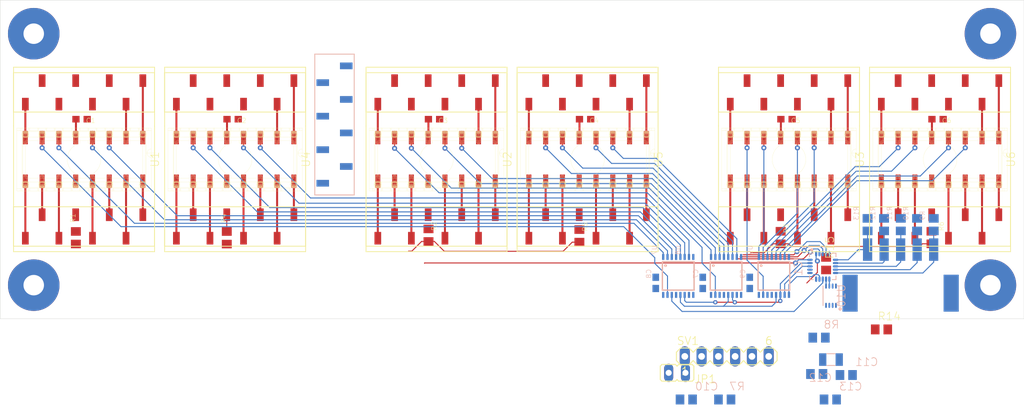
<source format=kicad_pcb>
(kicad_pcb (version 20171130) (host pcbnew "(5.1.10)-1")
  (layers (0 Top signal) (31 Bottom signal) (34 B.Paste user) (35 F.Paste user) (36 B.SilkS user) (37 F.SilkS user) (38 B.Mask user) (39 F.Mask user) (44 Edge.Cuts user))
  (net 0 "")
  (net 1 GND)
  (net 2 +5V)
  (net 3 /V_HR/DAY)
  (net 4 "Net-(N1-Pad5)")
  (net 5 /V_MIN/MONTH)
  (net 6 "Net-(N5-Pad5)")
  (net 7 /V_SEC/YR)
  (net 8 "Net-(N3-Pad5)")
  (net 9 "Net-(N4-Pad5)")
  (net 10 "Net-(N2-Pad5)")
  (net 11 "Net-(N6-Pad5)")
  (net 12 /UP)
  (net 13 /DOWN)
  (net 14 /LEFT)
  (net 15 /RIGHT)
  (net 16 /MODE)
  (net 17 /C3)
  (net 18 "Net-(U7-Pad9)")
  (net 19 /RCK)
  (net 20 /SCK)
  (net 21 "Net-(U8-Pad9)")
  (net 22 /A4)
  (net 23 /D4)
  (net 24 /B4)
  (net 25 /C4)
  (net 26 /A3)
  (net 27 /D3)
  (net 28 /B3)
  (net 29 /C5)
  (net 30 /SDI)
  (net 31 /A6)
  (net 32 /D6)
  (net 33 /B6)
  (net 34 /C6)
  (net 35 /A5)
  (net 36 /D5)
  (net 37 /B5)
  (net 38 /C1)
  (net 39 /SER)
  (net 40 /A2)
  (net 41 /D2)
  (net 42 /B2)
  (net 43 /C2)
  (net 44 /A1)
  (net 45 /D1)
  (net 46 /B1)
  (net 47 "Net-(N1-Pad16)")
  (net 48 "Net-(N1-Pad10)")
  (net 49 "Net-(N1-Pad9)")
  (net 50 "Net-(N1-Pad8)")
  (net 51 "Net-(N1-Pad7)")
  (net 52 "Net-(N1-Pad6)")
  (net 53 "Net-(N1-Pad4)")
  (net 54 "Net-(N1-Pad3)")
  (net 55 "Net-(N1-Pad2)")
  (net 56 "Net-(N1-Pad1)")
  (net 57 "Net-(N4-Pad16)")
  (net 58 "Net-(N4-Pad10)")
  (net 59 "Net-(N4-Pad9)")
  (net 60 "Net-(N4-Pad8)")
  (net 61 "Net-(N4-Pad7)")
  (net 62 "Net-(N4-Pad6)")
  (net 63 "Net-(N4-Pad4)")
  (net 64 "Net-(N4-Pad3)")
  (net 65 "Net-(N4-Pad2)")
  (net 66 "Net-(N4-Pad1)")
  (net 67 "Net-(N2-Pad16)")
  (net 68 "Net-(N2-Pad10)")
  (net 69 "Net-(N2-Pad9)")
  (net 70 "Net-(N2-Pad8)")
  (net 71 "Net-(N2-Pad7)")
  (net 72 "Net-(N2-Pad6)")
  (net 73 "Net-(N2-Pad4)")
  (net 74 "Net-(N2-Pad3)")
  (net 75 "Net-(N2-Pad2)")
  (net 76 "Net-(N2-Pad1)")
  (net 77 "Net-(N5-Pad16)")
  (net 78 "Net-(N5-Pad10)")
  (net 79 "Net-(N5-Pad9)")
  (net 80 "Net-(N5-Pad8)")
  (net 81 "Net-(N5-Pad7)")
  (net 82 "Net-(N5-Pad6)")
  (net 83 "Net-(N5-Pad4)")
  (net 84 "Net-(N5-Pad3)")
  (net 85 "Net-(N5-Pad2)")
  (net 86 "Net-(N5-Pad1)")
  (net 87 "Net-(N3-Pad16)")
  (net 88 "Net-(N3-Pad10)")
  (net 89 "Net-(N3-Pad9)")
  (net 90 "Net-(N3-Pad8)")
  (net 91 "Net-(N3-Pad7)")
  (net 92 "Net-(N3-Pad6)")
  (net 93 "Net-(N3-Pad4)")
  (net 94 "Net-(N3-Pad3)")
  (net 95 "Net-(N3-Pad2)")
  (net 96 "Net-(N3-Pad1)")
  (net 97 "Net-(N6-Pad16)")
  (net 98 "Net-(N6-Pad10)")
  (net 99 "Net-(N6-Pad9)")
  (net 100 "Net-(N6-Pad8)")
  (net 101 "Net-(N6-Pad7)")
  (net 102 "Net-(N6-Pad6)")
  (net 103 "Net-(N6-Pad4)")
  (net 104 "Net-(N6-Pad3)")
  (net 105 "Net-(N6-Pad2)")
  (net 106 "Net-(N6-Pad1)")
  (net 107 "Net-(J5-PadP$6)")
  (net 108 "Net-(JP1-Pad1)")
  (net 109 /MCLR)
  (net 110 "Net-(C10-Pad1)")
  (net 111 /LVP)
  (net 112 /PGC)
  (net 113 /PDG)
  (net 114 /SW_HD)
  (net 115 /SDA)
  (net 116 /SCL)
  (net 117 "Net-(IC1-Pad5)")
  (net 118 /SW_MM)
  (net 119 /SW_SY)
  (net 120 /EN_HV)
  (net 121 "Net-(C11-Pad2)")
  (net 122 "Net-(C12-Pad2)")
  (net 123 "Net-(U10-Pad7)")
  (net 124 "Net-(U10-Pad3)")
  (module nixie_clock_smd:C0603 (layer Bottom) (at 177.3555 123.7107 270)
    (fp_text reference C7 (at -0.635 0.635 90) (layer B.SilkS) (effects (font (size 0.7239 0.7239) (thickness 0.057912)) (justify right bottom mirror)))
    (fp_text value 10uF hide)
    (pad 2 smd rect (at 0.85 0 270) (size 1.1 1) (layers Bottom B.Paste B.Mask) (net 2 +5V))
    (pad 1 smd rect (at -0.85 0 270) (size 1.1 1) (layers Bottom B.Paste B.Mask) (net 1 GND))
  )
  (module nixie_clock_smd:C0603 (layer Bottom) (at 170.2435 123.7107 270)
    (fp_text reference C8 (at -0.635 0.635 90) (layer B.SilkS) (effects (font (size 0.7239 0.7239) (thickness 0.057912)) (justify right bottom mirror)))
    (fp_text value 10uF hide)
    (pad 2 smd rect (at 0.85 0 270) (size 1.1 1) (layers Bottom B.Paste B.Mask) (net 2 +5V))
    (pad 1 smd rect (at -0.85 0 270) (size 1.1 1) (layers Bottom B.Paste B.Mask) (net 1 GND))
  )
  (module nixie_clock_smd:C0603 (layer Bottom) (at 184.4675 123.7107 270)
    (fp_text reference C9 (at -0.635 0.635 90) (layer B.SilkS) (effects (font (size 0.7239 0.7239) (thickness 0.057912)) (justify right bottom mirror)))
    (fp_text value 10uF hide)
    (pad 2 smd rect (at 0.85 0 270) (size 1.1 1) (layers Bottom B.Paste B.Mask) (net 2 +5V))
    (pad 1 smd rect (at -0.85 0 270) (size 1.1 1) (layers Bottom B.Paste B.Mask) (net 1 GND))
  )
  (module nixie_clock_smd:C0603 (layer Top) (at 83.3501 98.9076 180)
    (fp_text reference C1 (at -0.635 -0.635) (layer F.SilkS) (effects (font (size 0.7239 0.7239) (thickness 0.057912)) (justify left bottom)))
    (fp_text value 10uF hide)
    (pad 2 smd rect (at 0.85 0 180) (size 1.1 1) (layers Top F.Paste F.Mask) (net 2 +5V))
    (pad 1 smd rect (at -0.85 0 180) (size 1.1 1) (layers Top F.Paste F.Mask) (net 1 GND))
  )
  (module nixie_clock_smd:C0603 (layer Top) (at 106.2101 98.9076 180)
    (fp_text reference C2 (at -0.635 -0.635) (layer F.SilkS) (effects (font (size 0.7239 0.7239) (thickness 0.057912)) (justify left bottom)))
    (fp_text value 10uF hide)
    (pad 2 smd rect (at 0.85 0 180) (size 1.1 1) (layers Top F.Paste F.Mask) (net 2 +5V))
    (pad 1 smd rect (at -0.85 0 180) (size 1.1 1) (layers Top F.Paste F.Mask) (net 1 GND))
  )
  (module nixie_clock_smd:C0603 (layer Top) (at 136.6901 98.9076 180)
    (fp_text reference C3 (at -0.635 -0.635) (layer F.SilkS) (effects (font (size 0.7239 0.7239) (thickness 0.057912)) (justify left bottom)))
    (fp_text value 10uF hide)
    (pad 2 smd rect (at 0.85 0 180) (size 1.1 1) (layers Top F.Paste F.Mask) (net 2 +5V))
    (pad 1 smd rect (at -0.85 0 180) (size 1.1 1) (layers Top F.Paste F.Mask) (net 1 GND))
  )
  (module nixie_clock_smd:C0603 (layer Top) (at 159.5501 98.9076 180)
    (fp_text reference C4 (at -0.635 -0.635) (layer F.SilkS) (effects (font (size 0.7239 0.7239) (thickness 0.057912)) (justify left bottom)))
    (fp_text value 10uF hide)
    (pad 2 smd rect (at 0.85 0 180) (size 1.1 1) (layers Top F.Paste F.Mask) (net 2 +5V))
    (pad 1 smd rect (at -0.85 0 180) (size 1.1 1) (layers Top F.Paste F.Mask) (net 1 GND))
  )
  (module nixie_clock_smd:C0603 (layer Top) (at 190.0301 98.9076 180)
    (fp_text reference C5 (at -0.635 -0.635) (layer F.SilkS) (effects (font (size 0.7239 0.7239) (thickness 0.057912)) (justify left bottom)))
    (fp_text value 10uF hide)
    (pad 2 smd rect (at 0.85 0 180) (size 1.1 1) (layers Top F.Paste F.Mask) (net 2 +5V))
    (pad 1 smd rect (at -0.85 0 180) (size 1.1 1) (layers Top F.Paste F.Mask) (net 1 GND))
  )
  (module nixie_clock_smd:C0603 (layer Top) (at 212.8901 98.9076 180)
    (fp_text reference C6 (at -0.635 -0.635) (layer F.SilkS) (effects (font (size 0.7239 0.7239) (thickness 0.057912)) (justify left bottom)))
    (fp_text value 10uF hide)
    (pad 2 smd rect (at 0.85 0 180) (size 1.1 1) (layers Top F.Paste F.Mask) (net 2 +5V))
    (pad 1 smd rect (at -0.85 0 180) (size 1.1 1) (layers Top F.Paste F.Mask) (net 1 GND))
  )
  (module nixie_clock_smd:R0805 (layer Top) (at 82.4865 116.8654 270)
    (fp_text reference R1 (at -2.2225 0 90) (layer F.SilkS) (effects (font (size 0.7239 0.7239) (thickness 0.057912)) (justify left bottom)))
    (fp_text value 2k hide)
    (pad 2 smd rect (at 0.95 0 270) (size 1.3 1.5) (layers Top F.Paste F.Mask) (net 3 /V_HR/DAY))
    (pad 1 smd rect (at -0.95 0 270) (size 1.3 1.5) (layers Top F.Paste F.Mask) (net 4 "Net-(N1-Pad5)"))
  )
  (module nixie_clock_smd:R0805 (layer Top) (at 158.6865 116.586 270)
    (fp_text reference R5 (at -0.635 -1.27 90) (layer F.SilkS) (effects (font (size 0.7239 0.7239) (thickness 0.057912)) (justify left bottom)))
    (fp_text value 2k hide)
    (pad 2 smd rect (at 0.95 0 270) (size 1.3 1.5) (layers Top F.Paste F.Mask) (net 5 /V_MIN/MONTH))
    (pad 1 smd rect (at -0.95 0 270) (size 1.3 1.5) (layers Top F.Paste F.Mask) (net 6 "Net-(N5-Pad5)"))
  )
  (module nixie_clock_smd:R0805 (layer Top) (at 189.1411 116.84 270)
    (fp_text reference R3 (at -0.635 -1.27 90) (layer F.SilkS) (effects (font (size 0.7239 0.7239) (thickness 0.057912)) (justify left bottom)))
    (fp_text value 2k hide)
    (pad 2 smd rect (at 0.95 0 270) (size 1.3 1.5) (layers Top F.Paste F.Mask) (net 7 /V_SEC/YR))
    (pad 1 smd rect (at -0.95 0 270) (size 1.3 1.5) (layers Top F.Paste F.Mask) (net 8 "Net-(N3-Pad5)"))
  )
  (module nixie_clock_smd:R0805 (layer Top) (at 105.326181 116.880638 270)
    (fp_text reference R4 (at -2.2225 0 90) (layer F.SilkS) (effects (font (size 0.7239 0.7239) (thickness 0.057912)) (justify left bottom)))
    (fp_text value 2k hide)
    (pad 2 smd rect (at 0.95 0 270) (size 1.3 1.5) (layers Top F.Paste F.Mask) (net 3 /V_HR/DAY))
    (pad 1 smd rect (at -0.95 0 270) (size 1.3 1.5) (layers Top F.Paste F.Mask) (net 9 "Net-(N4-Pad5)"))
  )
  (module nixie_clock_smd:R0805 (layer Top) (at 135.8519 116.4844 270)
    (fp_text reference R2 (at -0.635 -1.27 90) (layer F.SilkS) (effects (font (size 0.7239 0.7239) (thickness 0.057912)) (justify left bottom)))
    (fp_text value 2k hide)
    (pad 2 smd rect (at 0.95 0 270) (size 1.3 1.5) (layers Top F.Paste F.Mask) (net 5 /V_MIN/MONTH))
    (pad 1 smd rect (at -0.95 0 270) (size 1.3 1.5) (layers Top F.Paste F.Mask) (net 10 "Net-(N2-Pad5)"))
  )
  (module nixie_clock_smd:R0805 (layer Top) (at 211.9757 116.84 270)
    (fp_text reference R6 (at -0.9652 -1.905 90) (layer F.SilkS) (effects (font (size 0.7239 0.7239) (thickness 0.057912)) (justify left bottom)))
    (fp_text value 2k hide)
    (pad 2 smd rect (at 0.95 0 270) (size 1.3 1.5) (layers Top F.Paste F.Mask) (net 7 /V_SEC/YR))
    (pad 1 smd rect (at -0.95 0 270) (size 1.3 1.5) (layers Top F.Paste F.Mask) (net 11 "Net-(N6-Pad5)"))
  )
  (module nixie_clock_smd:R0805 (layer Bottom) (at 212.3059 114.8842 270)
    (fp_text reference R9 (at -0.635 1.27 90) (layer B.SilkS) (effects (font (size 0.7239 0.7239) (thickness 0.057912)) (justify right bottom mirror)))
    (fp_text value 10k hide)
    (pad 2 smd rect (at 0.95 0 270) (size 1.3 1.5) (layers Bottom B.Paste B.Mask) (net 12 /UP))
    (pad 1 smd rect (at -0.95 0 270) (size 1.3 1.5) (layers Bottom B.Paste B.Mask) (net 1 GND))
  )
  (module nixie_clock_smd:R0805 (layer Bottom) (at 209.7913 114.8842 270)
    (fp_text reference R10 (at -0.635 1.27 90) (layer B.SilkS) (effects (font (size 0.7239 0.7239) (thickness 0.057912)) (justify right bottom mirror)))
    (fp_text value 10k hide)
    (pad 2 smd rect (at 0.95 0 270) (size 1.3 1.5) (layers Bottom B.Paste B.Mask) (net 13 /DOWN))
    (pad 1 smd rect (at -0.95 0 270) (size 1.3 1.5) (layers Bottom B.Paste B.Mask) (net 1 GND))
  )
  (module nixie_clock_smd:R0805 (layer Bottom) (at 207.3275 114.8842 270)
    (fp_text reference R11 (at -0.635 1.27 90) (layer B.SilkS) (effects (font (size 0.7239 0.7239) (thickness 0.057912)) (justify right bottom mirror)))
    (fp_text value 10k hide)
    (pad 2 smd rect (at 0.95 0 270) (size 1.3 1.5) (layers Bottom B.Paste B.Mask) (net 14 /LEFT))
    (pad 1 smd rect (at -0.95 0 270) (size 1.3 1.5) (layers Bottom B.Paste B.Mask) (net 1 GND))
  )
  (module nixie_clock_smd:R0805 (layer Bottom) (at 204.7875 114.8842 270)
    (fp_text reference R12 (at -0.635 1.27 90) (layer B.SilkS) (effects (font (size 0.7239 0.7239) (thickness 0.057912)) (justify right bottom mirror)))
    (fp_text value 10k hide)
    (pad 2 smd rect (at 0.95 0 270) (size 1.3 1.5) (layers Bottom B.Paste B.Mask) (net 15 /RIGHT))
    (pad 1 smd rect (at -0.95 0 270) (size 1.3 1.5) (layers Bottom B.Paste B.Mask) (net 1 GND))
  )
  (module nixie_clock_smd:R0805 (layer Bottom) (at 202.2983 114.8842 270)
    (fp_text reference R13 (at -0.635 1.27 90) (layer B.SilkS) (effects (font (size 0.7239 0.7239) (thickness 0.057912)) (justify right bottom mirror)))
    (fp_text value 10k hide)
    (pad 2 smd rect (at 0.95 0 270) (size 1.3 1.5) (layers Bottom B.Paste B.Mask) (net 16 /MODE))
    (pad 1 smd rect (at -0.95 0 270) (size 1.3 1.5) (layers Bottom B.Paste B.Mask) (net 1 GND))
  )
  (module nixie_clock_smd:TSSOP16 (layer Bottom) (at 180.8861 122.6566 270)
    (fp_text reference U8 (at -3.175 6.858 90) (layer B.SilkS) (effects (font (size 0.7239 0.7239) (thickness 0.057912)) (justify right bottom mirror)))
    (fp_text value SN74HC595PW)
    (pad 16 smd rect (at 2.875 2.275 90) (size 0.9 0.35) (layers Bottom B.Paste B.Mask) (net 2 +5V))
    (pad 15 smd rect (at 2.875 1.625 90) (size 0.9 0.35) (layers Bottom B.Paste B.Mask) (net 17 /C3))
    (pad 14 smd rect (at 2.875 0.975 90) (size 0.9 0.35) (layers Bottom B.Paste B.Mask) (net 18 "Net-(U7-Pad9)"))
    (pad 13 smd rect (at 2.875 0.325 90) (size 0.9 0.35) (layers Bottom B.Paste B.Mask) (net 1 GND))
    (pad 12 smd rect (at 2.875 -0.325 90) (size 0.9 0.35) (layers Bottom B.Paste B.Mask) (net 19 /RCK))
    (pad 11 smd rect (at 2.875 -0.975 90) (size 0.9 0.35) (layers Bottom B.Paste B.Mask) (net 20 /SCK))
    (pad 10 smd rect (at 2.875 -1.625 90) (size 0.9 0.35) (layers Bottom B.Paste B.Mask) (net 2 +5V))
    (pad 9 smd rect (at 2.875 -2.275 90) (size 0.9 0.35) (layers Bottom B.Paste B.Mask) (net 21 "Net-(U8-Pad9)"))
    (pad 8 smd rect (at -2.875 -2.275 270) (size 0.9 0.35) (layers Bottom B.Paste B.Mask) (net 1 GND))
    (pad 7 smd rect (at -2.875 -1.625 270) (size 0.9 0.35) (layers Bottom B.Paste B.Mask) (net 22 /A4))
    (pad 6 smd rect (at -2.875 -0.975 270) (size 0.9 0.35) (layers Bottom B.Paste B.Mask) (net 23 /D4))
    (pad 5 smd rect (at -2.875 -0.325 270) (size 0.9 0.35) (layers Bottom B.Paste B.Mask) (net 24 /B4))
    (pad 4 smd rect (at -2.875 0.325 270) (size 0.9 0.35) (layers Bottom B.Paste B.Mask) (net 25 /C4))
    (pad 3 smd rect (at -2.875 0.975 270) (size 0.9 0.35) (layers Bottom B.Paste B.Mask) (net 26 /A3))
    (pad 2 smd rect (at -2.875 1.625 270) (size 0.9 0.35) (layers Bottom B.Paste B.Mask) (net 27 /D3))
    (pad 1 smd rect (at -2.875 2.275 270) (size 0.9 0.35) (layers Bottom B.Paste B.Mask) (net 28 /B3))
  )
  (module nixie_clock_smd:TSSOP16 (layer Bottom) (at 188.1251 122.6566 270)
    (fp_text reference U9 (at -3.175 3.175 90) (layer B.SilkS) (effects (font (size 0.7239 0.7239) (thickness 0.057912)) (justify right bottom mirror)))
    (fp_text value SN74HC595PW)
    (pad 16 smd rect (at 2.875 2.275 90) (size 0.9 0.35) (layers Bottom B.Paste B.Mask) (net 2 +5V))
    (pad 15 smd rect (at 2.875 1.625 90) (size 0.9 0.35) (layers Bottom B.Paste B.Mask) (net 29 /C5))
    (pad 14 smd rect (at 2.875 0.975 90) (size 0.9 0.35) (layers Bottom B.Paste B.Mask) (net 21 "Net-(U8-Pad9)"))
    (pad 13 smd rect (at 2.875 0.325 90) (size 0.9 0.35) (layers Bottom B.Paste B.Mask) (net 1 GND))
    (pad 12 smd rect (at 2.875 -0.325 90) (size 0.9 0.35) (layers Bottom B.Paste B.Mask) (net 19 /RCK))
    (pad 11 smd rect (at 2.875 -0.975 90) (size 0.9 0.35) (layers Bottom B.Paste B.Mask) (net 20 /SCK))
    (pad 10 smd rect (at 2.875 -1.625 90) (size 0.9 0.35) (layers Bottom B.Paste B.Mask) (net 2 +5V))
    (pad 9 smd rect (at 2.875 -2.275 90) (size 0.9 0.35) (layers Bottom B.Paste B.Mask) (net 30 /SDI))
    (pad 8 smd rect (at -2.875 -2.275 270) (size 0.9 0.35) (layers Bottom B.Paste B.Mask) (net 1 GND))
    (pad 7 smd rect (at -2.875 -1.625 270) (size 0.9 0.35) (layers Bottom B.Paste B.Mask) (net 31 /A6))
    (pad 6 smd rect (at -2.875 -0.975 270) (size 0.9 0.35) (layers Bottom B.Paste B.Mask) (net 32 /D6))
    (pad 5 smd rect (at -2.875 -0.325 270) (size 0.9 0.35) (layers Bottom B.Paste B.Mask) (net 33 /B6))
    (pad 4 smd rect (at -2.875 0.325 270) (size 0.9 0.35) (layers Bottom B.Paste B.Mask) (net 34 /C6))
    (pad 3 smd rect (at -2.875 0.975 270) (size 0.9 0.35) (layers Bottom B.Paste B.Mask) (net 35 /A5))
    (pad 2 smd rect (at -2.875 1.625 270) (size 0.9 0.35) (layers Bottom B.Paste B.Mask) (net 36 /D5))
    (pad 1 smd rect (at -2.875 2.275 270) (size 0.9 0.35) (layers Bottom B.Paste B.Mask) (net 37 /B5))
  )
  (module nixie_clock_smd:TSSOP16 (layer Bottom) (at 173.6471 122.6566 270)
    (fp_text reference U7 (at -3.175 3.175 90) (layer B.SilkS) (effects (font (size 0.7239 0.7239) (thickness 0.057912)) (justify right bottom mirror)))
    (fp_text value SN74HC595PW)
    (pad 16 smd rect (at 2.875 2.275 90) (size 0.9 0.35) (layers Bottom B.Paste B.Mask) (net 2 +5V))
    (pad 15 smd rect (at 2.875 1.625 90) (size 0.9 0.35) (layers Bottom B.Paste B.Mask) (net 38 /C1))
    (pad 14 smd rect (at 2.875 0.975 90) (size 0.9 0.35) (layers Bottom B.Paste B.Mask) (net 39 /SER))
    (pad 13 smd rect (at 2.875 0.325 90) (size 0.9 0.35) (layers Bottom B.Paste B.Mask) (net 1 GND))
    (pad 12 smd rect (at 2.875 -0.325 90) (size 0.9 0.35) (layers Bottom B.Paste B.Mask) (net 19 /RCK))
    (pad 11 smd rect (at 2.875 -0.975 90) (size 0.9 0.35) (layers Bottom B.Paste B.Mask) (net 20 /SCK))
    (pad 10 smd rect (at 2.875 -1.625 90) (size 0.9 0.35) (layers Bottom B.Paste B.Mask) (net 2 +5V))
    (pad 9 smd rect (at 2.875 -2.275 90) (size 0.9 0.35) (layers Bottom B.Paste B.Mask) (net 18 "Net-(U7-Pad9)"))
    (pad 8 smd rect (at -2.875 -2.275 270) (size 0.9 0.35) (layers Bottom B.Paste B.Mask) (net 1 GND))
    (pad 7 smd rect (at -2.875 -1.625 270) (size 0.9 0.35) (layers Bottom B.Paste B.Mask) (net 40 /A2))
    (pad 6 smd rect (at -2.875 -0.975 270) (size 0.9 0.35) (layers Bottom B.Paste B.Mask) (net 41 /D2))
    (pad 5 smd rect (at -2.875 -0.325 270) (size 0.9 0.35) (layers Bottom B.Paste B.Mask) (net 42 /B2))
    (pad 4 smd rect (at -2.875 0.325 270) (size 0.9 0.35) (layers Bottom B.Paste B.Mask) (net 43 /C2))
    (pad 3 smd rect (at -2.875 0.975 270) (size 0.9 0.35) (layers Bottom B.Paste B.Mask) (net 44 /A1))
    (pad 2 smd rect (at -2.875 1.625 270) (size 0.9 0.35) (layers Bottom B.Paste B.Mask) (net 45 /D1))
    (pad 1 smd rect (at -2.875 2.275 270) (size 0.9 0.35) (layers Bottom B.Paste B.Mask) (net 46 /B1))
  )
  (module nixie_clock_smd:NIXIE_MOUNT (layer Top) (at 83.7311 105.0036 180)
    (fp_text reference N1 hide)
    (fp_text value NIXIE_MOUNT hide)
    (pad 16 smd rect (at 8.89 8.382 180) (size 1.016 1.905) (layers Top F.Paste F.Mask) (net 47 "Net-(N1-Pad16)"))
    (pad 15 smd rect (at 6.35 11.938 180) (size 1.016 1.905) (layers Top F.Paste F.Mask))
    (pad 14 smd rect (at 3.81 8.382 180) (size 1.016 1.905) (layers Top F.Paste F.Mask))
    (pad 13 smd rect (at 1.27 11.938 180) (size 1.016 1.905) (layers Top F.Paste F.Mask))
    (pad 12 smd rect (at -1.27 8.382 180) (size 1.016 1.905) (layers Top F.Paste F.Mask))
    (pad 11 smd rect (at -3.81 11.938 180) (size 1.016 1.905) (layers Top F.Paste F.Mask))
    (pad 10 smd rect (at -6.35 8.382 180) (size 1.016 1.905) (layers Top F.Paste F.Mask) (net 48 "Net-(N1-Pad10)"))
    (pad 9 smd rect (at -8.89 11.938 180) (size 1.016 1.905) (layers Top F.Paste F.Mask) (net 49 "Net-(N1-Pad9)"))
    (pad 8 smd rect (at 8.89 -11.938 180) (size 1.016 1.905) (layers Top F.Paste F.Mask) (net 50 "Net-(N1-Pad8)"))
    (pad 7 smd rect (at 6.35 -8.382 180) (size 1.016 1.905) (layers Top F.Paste F.Mask) (net 51 "Net-(N1-Pad7)"))
    (pad 6 smd rect (at 3.81 -11.938 180) (size 1.016 1.905) (layers Top F.Paste F.Mask) (net 52 "Net-(N1-Pad6)"))
    (pad 5 smd rect (at 1.27 -8.382 180) (size 1.016 1.905) (layers Top F.Paste F.Mask) (net 4 "Net-(N1-Pad5)"))
    (pad 4 smd rect (at -1.27 -11.938 180) (size 1.016 1.905) (layers Top F.Paste F.Mask) (net 53 "Net-(N1-Pad4)"))
    (pad 3 smd rect (at -3.81 -8.382 180) (size 1.016 1.905) (layers Top F.Paste F.Mask) (net 54 "Net-(N1-Pad3)"))
    (pad 2 smd rect (at -6.35 -11.938 180) (size 1.016 1.905) (layers Top F.Paste F.Mask) (net 55 "Net-(N1-Pad2)"))
    (pad 1 smd rect (at -8.89 -8.382 180) (size 1.016 1.905) (layers Top F.Paste F.Mask) (net 56 "Net-(N1-Pad1)"))
  )
  (module nixie_clock_smd:NIXIE_MOUNT (layer Top) (at 106.5911 105.0036 180)
    (fp_text reference N4 hide)
    (fp_text value NIXIE_MOUNT hide)
    (pad 16 smd rect (at 8.89 8.382 180) (size 1.016 1.905) (layers Top F.Paste F.Mask) (net 57 "Net-(N4-Pad16)"))
    (pad 15 smd rect (at 6.35 11.938 180) (size 1.016 1.905) (layers Top F.Paste F.Mask))
    (pad 14 smd rect (at 3.81 8.382 180) (size 1.016 1.905) (layers Top F.Paste F.Mask))
    (pad 13 smd rect (at 1.27 11.938 180) (size 1.016 1.905) (layers Top F.Paste F.Mask))
    (pad 12 smd rect (at -1.27 8.382 180) (size 1.016 1.905) (layers Top F.Paste F.Mask))
    (pad 11 smd rect (at -3.81 11.938 180) (size 1.016 1.905) (layers Top F.Paste F.Mask))
    (pad 10 smd rect (at -6.35 8.382 180) (size 1.016 1.905) (layers Top F.Paste F.Mask) (net 58 "Net-(N4-Pad10)"))
    (pad 9 smd rect (at -8.89 11.938 180) (size 1.016 1.905) (layers Top F.Paste F.Mask) (net 59 "Net-(N4-Pad9)"))
    (pad 8 smd rect (at 8.89 -11.938 180) (size 1.016 1.905) (layers Top F.Paste F.Mask) (net 60 "Net-(N4-Pad8)"))
    (pad 7 smd rect (at 6.35 -8.382 180) (size 1.016 1.905) (layers Top F.Paste F.Mask) (net 61 "Net-(N4-Pad7)"))
    (pad 6 smd rect (at 3.81 -11.938 180) (size 1.016 1.905) (layers Top F.Paste F.Mask) (net 62 "Net-(N4-Pad6)"))
    (pad 5 smd rect (at 1.27 -8.382 180) (size 1.016 1.905) (layers Top F.Paste F.Mask) (net 9 "Net-(N4-Pad5)"))
    (pad 4 smd rect (at -1.27 -11.938 180) (size 1.016 1.905) (layers Top F.Paste F.Mask) (net 63 "Net-(N4-Pad4)"))
    (pad 3 smd rect (at -3.81 -8.382 180) (size 1.016 1.905) (layers Top F.Paste F.Mask) (net 64 "Net-(N4-Pad3)"))
    (pad 2 smd rect (at -6.35 -11.938 180) (size 1.016 1.905) (layers Top F.Paste F.Mask) (net 65 "Net-(N4-Pad2)"))
    (pad 1 smd rect (at -8.89 -8.382 180) (size 1.016 1.905) (layers Top F.Paste F.Mask) (net 66 "Net-(N4-Pad1)"))
  )
  (module nixie_clock_smd:NIXIE_MOUNT (layer Top) (at 137.0711 105.0036 180)
    (fp_text reference N2 hide)
    (fp_text value NIXIE_MOUNT hide)
    (pad 16 smd rect (at 8.89 8.382 180) (size 1.016 1.905) (layers Top F.Paste F.Mask) (net 67 "Net-(N2-Pad16)"))
    (pad 15 smd rect (at 6.35 11.938 180) (size 1.016 1.905) (layers Top F.Paste F.Mask))
    (pad 14 smd rect (at 3.81 8.382 180) (size 1.016 1.905) (layers Top F.Paste F.Mask))
    (pad 13 smd rect (at 1.27 11.938 180) (size 1.016 1.905) (layers Top F.Paste F.Mask))
    (pad 12 smd rect (at -1.27 8.382 180) (size 1.016 1.905) (layers Top F.Paste F.Mask))
    (pad 11 smd rect (at -3.81 11.938 180) (size 1.016 1.905) (layers Top F.Paste F.Mask))
    (pad 10 smd rect (at -6.35 8.382 180) (size 1.016 1.905) (layers Top F.Paste F.Mask) (net 68 "Net-(N2-Pad10)"))
    (pad 9 smd rect (at -8.89 11.938 180) (size 1.016 1.905) (layers Top F.Paste F.Mask) (net 69 "Net-(N2-Pad9)"))
    (pad 8 smd rect (at 8.89 -11.938 180) (size 1.016 1.905) (layers Top F.Paste F.Mask) (net 70 "Net-(N2-Pad8)"))
    (pad 7 smd rect (at 6.35 -8.382 180) (size 1.016 1.905) (layers Top F.Paste F.Mask) (net 71 "Net-(N2-Pad7)"))
    (pad 6 smd rect (at 3.81 -11.938 180) (size 1.016 1.905) (layers Top F.Paste F.Mask) (net 72 "Net-(N2-Pad6)"))
    (pad 5 smd rect (at 1.27 -8.382 180) (size 1.016 1.905) (layers Top F.Paste F.Mask) (net 10 "Net-(N2-Pad5)"))
    (pad 4 smd rect (at -1.27 -11.938 180) (size 1.016 1.905) (layers Top F.Paste F.Mask) (net 73 "Net-(N2-Pad4)"))
    (pad 3 smd rect (at -3.81 -8.382 180) (size 1.016 1.905) (layers Top F.Paste F.Mask) (net 74 "Net-(N2-Pad3)"))
    (pad 2 smd rect (at -6.35 -11.938 180) (size 1.016 1.905) (layers Top F.Paste F.Mask) (net 75 "Net-(N2-Pad2)"))
    (pad 1 smd rect (at -8.89 -8.382 180) (size 1.016 1.905) (layers Top F.Paste F.Mask) (net 76 "Net-(N2-Pad1)"))
  )
  (module nixie_clock_smd:NIXIE_MOUNT (layer Top) (at 159.9311 105.0036 180)
    (fp_text reference N5 hide)
    (fp_text value NIXIE_MOUNT hide)
    (pad 16 smd rect (at 8.89 8.382 180) (size 1.016 1.905) (layers Top F.Paste F.Mask) (net 77 "Net-(N5-Pad16)"))
    (pad 15 smd rect (at 6.35 11.938 180) (size 1.016 1.905) (layers Top F.Paste F.Mask))
    (pad 14 smd rect (at 3.81 8.382 180) (size 1.016 1.905) (layers Top F.Paste F.Mask))
    (pad 13 smd rect (at 1.27 11.938 180) (size 1.016 1.905) (layers Top F.Paste F.Mask))
    (pad 12 smd rect (at -1.27 8.382 180) (size 1.016 1.905) (layers Top F.Paste F.Mask))
    (pad 11 smd rect (at -3.81 11.938 180) (size 1.016 1.905) (layers Top F.Paste F.Mask))
    (pad 10 smd rect (at -6.35 8.382 180) (size 1.016 1.905) (layers Top F.Paste F.Mask) (net 78 "Net-(N5-Pad10)"))
    (pad 9 smd rect (at -8.89 11.938 180) (size 1.016 1.905) (layers Top F.Paste F.Mask) (net 79 "Net-(N5-Pad9)"))
    (pad 8 smd rect (at 8.89 -11.938 180) (size 1.016 1.905) (layers Top F.Paste F.Mask) (net 80 "Net-(N5-Pad8)"))
    (pad 7 smd rect (at 6.35 -8.382 180) (size 1.016 1.905) (layers Top F.Paste F.Mask) (net 81 "Net-(N5-Pad7)"))
    (pad 6 smd rect (at 3.81 -11.938 180) (size 1.016 1.905) (layers Top F.Paste F.Mask) (net 82 "Net-(N5-Pad6)"))
    (pad 5 smd rect (at 1.27 -8.382 180) (size 1.016 1.905) (layers Top F.Paste F.Mask) (net 6 "Net-(N5-Pad5)"))
    (pad 4 smd rect (at -1.27 -11.938 180) (size 1.016 1.905) (layers Top F.Paste F.Mask) (net 83 "Net-(N5-Pad4)"))
    (pad 3 smd rect (at -3.81 -8.382 180) (size 1.016 1.905) (layers Top F.Paste F.Mask) (net 84 "Net-(N5-Pad3)"))
    (pad 2 smd rect (at -6.35 -11.938 180) (size 1.016 1.905) (layers Top F.Paste F.Mask) (net 85 "Net-(N5-Pad2)"))
    (pad 1 smd rect (at -8.89 -8.382 180) (size 1.016 1.905) (layers Top F.Paste F.Mask) (net 86 "Net-(N5-Pad1)"))
  )
  (module nixie_clock_smd:NIXIE_MOUNT (layer Top) (at 190.4111 105.0036 180)
    (fp_text reference N3 hide)
    (fp_text value NIXIE_MOUNT hide)
    (pad 16 smd rect (at 8.89 8.382 180) (size 1.016 1.905) (layers Top F.Paste F.Mask) (net 87 "Net-(N3-Pad16)"))
    (pad 15 smd rect (at 6.35 11.938 180) (size 1.016 1.905) (layers Top F.Paste F.Mask))
    (pad 14 smd rect (at 3.81 8.382 180) (size 1.016 1.905) (layers Top F.Paste F.Mask))
    (pad 13 smd rect (at 1.27 11.938 180) (size 1.016 1.905) (layers Top F.Paste F.Mask))
    (pad 12 smd rect (at -1.27 8.382 180) (size 1.016 1.905) (layers Top F.Paste F.Mask))
    (pad 11 smd rect (at -3.81 11.938 180) (size 1.016 1.905) (layers Top F.Paste F.Mask))
    (pad 10 smd rect (at -6.35 8.382 180) (size 1.016 1.905) (layers Top F.Paste F.Mask) (net 88 "Net-(N3-Pad10)"))
    (pad 9 smd rect (at -8.89 11.938 180) (size 1.016 1.905) (layers Top F.Paste F.Mask) (net 89 "Net-(N3-Pad9)"))
    (pad 8 smd rect (at 8.89 -11.938 180) (size 1.016 1.905) (layers Top F.Paste F.Mask) (net 90 "Net-(N3-Pad8)"))
    (pad 7 smd rect (at 6.35 -8.382 180) (size 1.016 1.905) (layers Top F.Paste F.Mask) (net 91 "Net-(N3-Pad7)"))
    (pad 6 smd rect (at 3.81 -11.938 180) (size 1.016 1.905) (layers Top F.Paste F.Mask) (net 92 "Net-(N3-Pad6)"))
    (pad 5 smd rect (at 1.27 -8.382 180) (size 1.016 1.905) (layers Top F.Paste F.Mask) (net 8 "Net-(N3-Pad5)"))
    (pad 4 smd rect (at -1.27 -11.938 180) (size 1.016 1.905) (layers Top F.Paste F.Mask) (net 93 "Net-(N3-Pad4)"))
    (pad 3 smd rect (at -3.81 -8.382 180) (size 1.016 1.905) (layers Top F.Paste F.Mask) (net 94 "Net-(N3-Pad3)"))
    (pad 2 smd rect (at -6.35 -11.938 180) (size 1.016 1.905) (layers Top F.Paste F.Mask) (net 95 "Net-(N3-Pad2)"))
    (pad 1 smd rect (at -8.89 -8.382 180) (size 1.016 1.905) (layers Top F.Paste F.Mask) (net 96 "Net-(N3-Pad1)"))
  )
  (module nixie_clock_smd:NIXIE_MOUNT (layer Top) (at 213.2711 105.0036 180)
    (fp_text reference N6 hide)
    (fp_text value NIXIE_MOUNT hide)
    (pad 16 smd rect (at 8.89 8.382 180) (size 1.016 1.905) (layers Top F.Paste F.Mask) (net 97 "Net-(N6-Pad16)"))
    (pad 15 smd rect (at 6.35 11.938 180) (size 1.016 1.905) (layers Top F.Paste F.Mask))
    (pad 14 smd rect (at 3.81 8.382 180) (size 1.016 1.905) (layers Top F.Paste F.Mask))
    (pad 13 smd rect (at 1.27 11.938 180) (size 1.016 1.905) (layers Top F.Paste F.Mask))
    (pad 12 smd rect (at -1.27 8.382 180) (size 1.016 1.905) (layers Top F.Paste F.Mask))
    (pad 11 smd rect (at -3.81 11.938 180) (size 1.016 1.905) (layers Top F.Paste F.Mask))
    (pad 10 smd rect (at -6.35 8.382 180) (size 1.016 1.905) (layers Top F.Paste F.Mask) (net 98 "Net-(N6-Pad10)"))
    (pad 9 smd rect (at -8.89 11.938 180) (size 1.016 1.905) (layers Top F.Paste F.Mask) (net 99 "Net-(N6-Pad9)"))
    (pad 8 smd rect (at 8.89 -11.938 180) (size 1.016 1.905) (layers Top F.Paste F.Mask) (net 100 "Net-(N6-Pad8)"))
    (pad 7 smd rect (at 6.35 -8.382 180) (size 1.016 1.905) (layers Top F.Paste F.Mask) (net 101 "Net-(N6-Pad7)"))
    (pad 6 smd rect (at 3.81 -11.938 180) (size 1.016 1.905) (layers Top F.Paste F.Mask) (net 102 "Net-(N6-Pad6)"))
    (pad 5 smd rect (at 1.27 -8.382 180) (size 1.016 1.905) (layers Top F.Paste F.Mask) (net 11 "Net-(N6-Pad5)"))
    (pad 4 smd rect (at -1.27 -11.938 180) (size 1.016 1.905) (layers Top F.Paste F.Mask) (net 103 "Net-(N6-Pad4)"))
    (pad 3 smd rect (at -3.81 -8.382 180) (size 1.016 1.905) (layers Top F.Paste F.Mask) (net 104 "Net-(N6-Pad3)"))
    (pad 2 smd rect (at -6.35 -11.938 180) (size 1.016 1.905) (layers Top F.Paste F.Mask) (net 105 "Net-(N6-Pad2)"))
    (pad 1 smd rect (at -8.89 -8.382 180) (size 1.016 1.905) (layers Top F.Paste F.Mask) (net 106 "Net-(N6-Pad1)"))
  )
  (module nixie_clock_smd:ICF-316-S-I (layer Top) (at 83.7311 105.0036 180)
    (fp_text reference U1 (at -11.43 0 90) (layer F.SilkS) (effects (font (size 1.2065 1.2065) (thickness 0.09652)) (justify bottom)))
    (fp_text value K155ID1K155ID1_SMD hide)
    (pad 16 smd rect (at -8.89 -3.302) (size 0.762 2.032) (layers Top F.Paste F.Mask) (net 56 "Net-(N1-Pad1)"))
    (pad 15 smd rect (at -6.35 -3.302) (size 0.762 2.032) (layers Top F.Paste F.Mask) (net 55 "Net-(N1-Pad2)"))
    (pad 14 smd rect (at -3.81 -3.302) (size 0.762 2.032) (layers Top F.Paste F.Mask) (net 54 "Net-(N1-Pad3)"))
    (pad 13 smd rect (at -1.27 -3.302) (size 0.762 2.032) (layers Top F.Paste F.Mask) (net 53 "Net-(N1-Pad4)"))
    (pad 12 smd rect (at 1.27 -3.302) (size 0.762 2.032) (layers Top F.Paste F.Mask) (net 1 GND))
    (pad 11 smd rect (at 3.81 -3.302) (size 0.762 2.032) (layers Top F.Paste F.Mask) (net 52 "Net-(N1-Pad6)"))
    (pad 10 smd rect (at 6.35 -3.302) (size 0.762 2.032) (layers Top F.Paste F.Mask) (net 51 "Net-(N1-Pad7)"))
    (pad 9 smd rect (at 8.89 -3.302) (size 0.762 2.032) (layers Top F.Paste F.Mask) (net 50 "Net-(N1-Pad8)"))
    (pad 8 smd rect (at 8.89 3.302) (size 0.762 2.032) (layers Top F.Paste F.Mask) (net 47 "Net-(N1-Pad16)"))
    (pad 7 smd rect (at 6.35 3.302) (size 0.762 2.032) (layers Top F.Paste F.Mask) (net 38 /C1))
    (pad 6 smd rect (at 3.81 3.302) (size 0.762 2.032) (layers Top F.Paste F.Mask) (net 46 /B1))
    (pad 5 smd rect (at 1.27 3.302) (size 0.762 2.032) (layers Top F.Paste F.Mask) (net 2 +5V))
    (pad 4 smd rect (at -1.27 3.302) (size 0.762 2.032) (layers Top F.Paste F.Mask) (net 45 /D1))
    (pad 3 smd rect (at -3.81 3.302) (size 0.762 2.032) (layers Top F.Paste F.Mask) (net 44 /A1))
    (pad 2 smd rect (at -6.35 3.302) (size 0.762 2.032) (layers Top F.Paste F.Mask) (net 48 "Net-(N1-Pad10)"))
    (pad 1 smd rect (at -8.89 3.302) (size 0.762 2.032) (layers Top F.Paste F.Mask) (net 49 "Net-(N1-Pad9)"))
  )
  (module nixie_clock_smd:ICF-316-S-I (layer Top) (at 106.5911 105.0036 180)
    (fp_text reference U4 (at -11.43 0 90) (layer F.SilkS) (effects (font (size 1.2065 1.2065) (thickness 0.09652)) (justify bottom)))
    (fp_text value K155ID1K155ID1_SMD hide)
    (pad 16 smd rect (at -8.89 -3.302) (size 0.762 2.032) (layers Top F.Paste F.Mask) (net 66 "Net-(N4-Pad1)"))
    (pad 15 smd rect (at -6.35 -3.302) (size 0.762 2.032) (layers Top F.Paste F.Mask) (net 65 "Net-(N4-Pad2)"))
    (pad 14 smd rect (at -3.81 -3.302) (size 0.762 2.032) (layers Top F.Paste F.Mask) (net 64 "Net-(N4-Pad3)"))
    (pad 13 smd rect (at -1.27 -3.302) (size 0.762 2.032) (layers Top F.Paste F.Mask) (net 63 "Net-(N4-Pad4)"))
    (pad 12 smd rect (at 1.27 -3.302) (size 0.762 2.032) (layers Top F.Paste F.Mask) (net 1 GND))
    (pad 11 smd rect (at 3.81 -3.302) (size 0.762 2.032) (layers Top F.Paste F.Mask) (net 62 "Net-(N4-Pad6)"))
    (pad 10 smd rect (at 6.35 -3.302) (size 0.762 2.032) (layers Top F.Paste F.Mask) (net 61 "Net-(N4-Pad7)"))
    (pad 9 smd rect (at 8.89 -3.302) (size 0.762 2.032) (layers Top F.Paste F.Mask) (net 60 "Net-(N4-Pad8)"))
    (pad 8 smd rect (at 8.89 3.302) (size 0.762 2.032) (layers Top F.Paste F.Mask) (net 57 "Net-(N4-Pad16)"))
    (pad 7 smd rect (at 6.35 3.302) (size 0.762 2.032) (layers Top F.Paste F.Mask) (net 43 /C2))
    (pad 6 smd rect (at 3.81 3.302) (size 0.762 2.032) (layers Top F.Paste F.Mask) (net 42 /B2))
    (pad 5 smd rect (at 1.27 3.302) (size 0.762 2.032) (layers Top F.Paste F.Mask) (net 2 +5V))
    (pad 4 smd rect (at -1.27 3.302) (size 0.762 2.032) (layers Top F.Paste F.Mask) (net 41 /D2))
    (pad 3 smd rect (at -3.81 3.302) (size 0.762 2.032) (layers Top F.Paste F.Mask) (net 40 /A2))
    (pad 2 smd rect (at -6.35 3.302) (size 0.762 2.032) (layers Top F.Paste F.Mask) (net 58 "Net-(N4-Pad10)"))
    (pad 1 smd rect (at -8.89 3.302) (size 0.762 2.032) (layers Top F.Paste F.Mask) (net 59 "Net-(N4-Pad9)"))
  )
  (module nixie_clock_smd:ICF-316-S-I (layer Top) (at 137.0711 105.0036 180)
    (fp_text reference U2 (at -11.43 0 90) (layer F.SilkS) (effects (font (size 1.2065 1.2065) (thickness 0.09652)) (justify bottom)))
    (fp_text value K155ID1K155ID1_SMD hide)
    (pad 16 smd rect (at -8.89 -3.302) (size 0.762 2.032) (layers Top F.Paste F.Mask) (net 76 "Net-(N2-Pad1)"))
    (pad 15 smd rect (at -6.35 -3.302) (size 0.762 2.032) (layers Top F.Paste F.Mask) (net 75 "Net-(N2-Pad2)"))
    (pad 14 smd rect (at -3.81 -3.302) (size 0.762 2.032) (layers Top F.Paste F.Mask) (net 74 "Net-(N2-Pad3)"))
    (pad 13 smd rect (at -1.27 -3.302) (size 0.762 2.032) (layers Top F.Paste F.Mask) (net 73 "Net-(N2-Pad4)"))
    (pad 12 smd rect (at 1.27 -3.302) (size 0.762 2.032) (layers Top F.Paste F.Mask) (net 1 GND))
    (pad 11 smd rect (at 3.81 -3.302) (size 0.762 2.032) (layers Top F.Paste F.Mask) (net 72 "Net-(N2-Pad6)"))
    (pad 10 smd rect (at 6.35 -3.302) (size 0.762 2.032) (layers Top F.Paste F.Mask) (net 71 "Net-(N2-Pad7)"))
    (pad 9 smd rect (at 8.89 -3.302) (size 0.762 2.032) (layers Top F.Paste F.Mask) (net 70 "Net-(N2-Pad8)"))
    (pad 8 smd rect (at 8.89 3.302) (size 0.762 2.032) (layers Top F.Paste F.Mask) (net 67 "Net-(N2-Pad16)"))
    (pad 7 smd rect (at 6.35 3.302) (size 0.762 2.032) (layers Top F.Paste F.Mask) (net 17 /C3))
    (pad 6 smd rect (at 3.81 3.302) (size 0.762 2.032) (layers Top F.Paste F.Mask) (net 28 /B3))
    (pad 5 smd rect (at 1.27 3.302) (size 0.762 2.032) (layers Top F.Paste F.Mask) (net 2 +5V))
    (pad 4 smd rect (at -1.27 3.302) (size 0.762 2.032) (layers Top F.Paste F.Mask) (net 27 /D3))
    (pad 3 smd rect (at -3.81 3.302) (size 0.762 2.032) (layers Top F.Paste F.Mask) (net 26 /A3))
    (pad 2 smd rect (at -6.35 3.302) (size 0.762 2.032) (layers Top F.Paste F.Mask) (net 68 "Net-(N2-Pad10)"))
    (pad 1 smd rect (at -8.89 3.302) (size 0.762 2.032) (layers Top F.Paste F.Mask) (net 69 "Net-(N2-Pad9)"))
  )
  (module nixie_clock_smd:ICF-316-S-I (layer Top) (at 159.9311 105.0036 180)
    (fp_text reference U5 (at -11.43 0 90) (layer F.SilkS) (effects (font (size 1.2065 1.2065) (thickness 0.09652)) (justify bottom)))
    (fp_text value K155ID1K155ID1_SMD hide)
    (pad 16 smd rect (at -8.89 -3.302) (size 0.762 2.032) (layers Top F.Paste F.Mask) (net 86 "Net-(N5-Pad1)"))
    (pad 15 smd rect (at -6.35 -3.302) (size 0.762 2.032) (layers Top F.Paste F.Mask) (net 85 "Net-(N5-Pad2)"))
    (pad 14 smd rect (at -3.81 -3.302) (size 0.762 2.032) (layers Top F.Paste F.Mask) (net 84 "Net-(N5-Pad3)"))
    (pad 13 smd rect (at -1.27 -3.302) (size 0.762 2.032) (layers Top F.Paste F.Mask) (net 83 "Net-(N5-Pad4)"))
    (pad 12 smd rect (at 1.27 -3.302) (size 0.762 2.032) (layers Top F.Paste F.Mask) (net 1 GND))
    (pad 11 smd rect (at 3.81 -3.302) (size 0.762 2.032) (layers Top F.Paste F.Mask) (net 82 "Net-(N5-Pad6)"))
    (pad 10 smd rect (at 6.35 -3.302) (size 0.762 2.032) (layers Top F.Paste F.Mask) (net 81 "Net-(N5-Pad7)"))
    (pad 9 smd rect (at 8.89 -3.302) (size 0.762 2.032) (layers Top F.Paste F.Mask) (net 80 "Net-(N5-Pad8)"))
    (pad 8 smd rect (at 8.89 3.302) (size 0.762 2.032) (layers Top F.Paste F.Mask) (net 77 "Net-(N5-Pad16)"))
    (pad 7 smd rect (at 6.35 3.302) (size 0.762 2.032) (layers Top F.Paste F.Mask) (net 25 /C4))
    (pad 6 smd rect (at 3.81 3.302) (size 0.762 2.032) (layers Top F.Paste F.Mask) (net 24 /B4))
    (pad 5 smd rect (at 1.27 3.302) (size 0.762 2.032) (layers Top F.Paste F.Mask) (net 2 +5V))
    (pad 4 smd rect (at -1.27 3.302) (size 0.762 2.032) (layers Top F.Paste F.Mask) (net 23 /D4))
    (pad 3 smd rect (at -3.81 3.302) (size 0.762 2.032) (layers Top F.Paste F.Mask) (net 22 /A4))
    (pad 2 smd rect (at -6.35 3.302) (size 0.762 2.032) (layers Top F.Paste F.Mask) (net 78 "Net-(N5-Pad10)"))
    (pad 1 smd rect (at -8.89 3.302) (size 0.762 2.032) (layers Top F.Paste F.Mask) (net 79 "Net-(N5-Pad9)"))
  )
  (module nixie_clock_smd:ICF-316-S-I (layer Top) (at 190.4111 105.0036 180)
    (fp_text reference U3 (at -11.43 0 90) (layer F.SilkS) (effects (font (size 1.2065 1.2065) (thickness 0.09652)) (justify bottom)))
    (fp_text value K155ID1K155ID1_SMD hide)
    (pad 16 smd rect (at -8.89 -3.302) (size 0.762 2.032) (layers Top F.Paste F.Mask) (net 96 "Net-(N3-Pad1)"))
    (pad 15 smd rect (at -6.35 -3.302) (size 0.762 2.032) (layers Top F.Paste F.Mask) (net 95 "Net-(N3-Pad2)"))
    (pad 14 smd rect (at -3.81 -3.302) (size 0.762 2.032) (layers Top F.Paste F.Mask) (net 94 "Net-(N3-Pad3)"))
    (pad 13 smd rect (at -1.27 -3.302) (size 0.762 2.032) (layers Top F.Paste F.Mask) (net 93 "Net-(N3-Pad4)"))
    (pad 12 smd rect (at 1.27 -3.302) (size 0.762 2.032) (layers Top F.Paste F.Mask) (net 1 GND))
    (pad 11 smd rect (at 3.81 -3.302) (size 0.762 2.032) (layers Top F.Paste F.Mask) (net 92 "Net-(N3-Pad6)"))
    (pad 10 smd rect (at 6.35 -3.302) (size 0.762 2.032) (layers Top F.Paste F.Mask) (net 91 "Net-(N3-Pad7)"))
    (pad 9 smd rect (at 8.89 -3.302) (size 0.762 2.032) (layers Top F.Paste F.Mask) (net 90 "Net-(N3-Pad8)"))
    (pad 8 smd rect (at 8.89 3.302) (size 0.762 2.032) (layers Top F.Paste F.Mask) (net 87 "Net-(N3-Pad16)"))
    (pad 7 smd rect (at 6.35 3.302) (size 0.762 2.032) (layers Top F.Paste F.Mask) (net 29 /C5))
    (pad 6 smd rect (at 3.81 3.302) (size 0.762 2.032) (layers Top F.Paste F.Mask) (net 37 /B5))
    (pad 5 smd rect (at 1.27 3.302) (size 0.762 2.032) (layers Top F.Paste F.Mask) (net 2 +5V))
    (pad 4 smd rect (at -1.27 3.302) (size 0.762 2.032) (layers Top F.Paste F.Mask) (net 36 /D5))
    (pad 3 smd rect (at -3.81 3.302) (size 0.762 2.032) (layers Top F.Paste F.Mask) (net 35 /A5))
    (pad 2 smd rect (at -6.35 3.302) (size 0.762 2.032) (layers Top F.Paste F.Mask) (net 88 "Net-(N3-Pad10)"))
    (pad 1 smd rect (at -8.89 3.302) (size 0.762 2.032) (layers Top F.Paste F.Mask) (net 89 "Net-(N3-Pad9)"))
  )
  (module nixie_clock_smd:ICF-316-S-I (layer Top) (at 213.2711 105.0036 180)
    (fp_text reference U6 (at -11.43 0 90) (layer F.SilkS) (effects (font (size 1.2065 1.2065) (thickness 0.09652)) (justify bottom)))
    (fp_text value K155ID1K155ID1_SMD hide)
    (pad 16 smd rect (at -8.89 -3.302) (size 0.762 2.032) (layers Top F.Paste F.Mask) (net 106 "Net-(N6-Pad1)"))
    (pad 15 smd rect (at -6.35 -3.302) (size 0.762 2.032) (layers Top F.Paste F.Mask) (net 105 "Net-(N6-Pad2)"))
    (pad 14 smd rect (at -3.81 -3.302) (size 0.762 2.032) (layers Top F.Paste F.Mask) (net 104 "Net-(N6-Pad3)"))
    (pad 13 smd rect (at -1.27 -3.302) (size 0.762 2.032) (layers Top F.Paste F.Mask) (net 103 "Net-(N6-Pad4)"))
    (pad 12 smd rect (at 1.27 -3.302) (size 0.762 2.032) (layers Top F.Paste F.Mask) (net 1 GND))
    (pad 11 smd rect (at 3.81 -3.302) (size 0.762 2.032) (layers Top F.Paste F.Mask) (net 102 "Net-(N6-Pad6)"))
    (pad 10 smd rect (at 6.35 -3.302) (size 0.762 2.032) (layers Top F.Paste F.Mask) (net 101 "Net-(N6-Pad7)"))
    (pad 9 smd rect (at 8.89 -3.302) (size 0.762 2.032) (layers Top F.Paste F.Mask) (net 100 "Net-(N6-Pad8)"))
    (pad 8 smd rect (at 8.89 3.302) (size 0.762 2.032) (layers Top F.Paste F.Mask) (net 97 "Net-(N6-Pad16)"))
    (pad 7 smd rect (at 6.35 3.302) (size 0.762 2.032) (layers Top F.Paste F.Mask) (net 34 /C6))
    (pad 6 smd rect (at 3.81 3.302) (size 0.762 2.032) (layers Top F.Paste F.Mask) (net 33 /B6))
    (pad 5 smd rect (at 1.27 3.302) (size 0.762 2.032) (layers Top F.Paste F.Mask) (net 2 +5V))
    (pad 4 smd rect (at -1.27 3.302) (size 0.762 2.032) (layers Top F.Paste F.Mask) (net 32 /D6))
    (pad 3 smd rect (at -3.81 3.302) (size 0.762 2.032) (layers Top F.Paste F.Mask) (net 31 /A6))
    (pad 2 smd rect (at -6.35 3.302) (size 0.762 2.032) (layers Top F.Paste F.Mask) (net 98 "Net-(N6-Pad10)"))
    (pad 1 smd rect (at -8.89 3.302) (size 0.762 2.032) (layers Top F.Paste F.Mask) (net 99 "Net-(N6-Pad9)"))
  )
  (module nixie_clock_smd:TERMBLOCK_5 (layer Bottom) (at 207.3021 118.6688 180)
    (fp_text reference J5 hide)
    (fp_text value PXC_1771059 hide)
    (pad P$7 smd rect (at 7.65 -6.6 180) (size 2.3 5.6) (layers Bottom B.Paste B.Mask) (net 107 "Net-(J5-PadP$6)"))
    (pad P$6 smd rect (at -7.65 -6.6 180) (size 2.3 5.6) (layers Bottom B.Paste B.Mask) (net 107 "Net-(J5-PadP$6)"))
    (pad P$5 smd rect (at 5 0 180) (size 1.4 3.4) (layers Bottom B.Paste B.Mask) (net 16 /MODE))
    (pad P$4 smd rect (at 2.5 0 180) (size 1.4 3.4) (layers Bottom B.Paste B.Mask) (net 15 /RIGHT))
    (pad P$3 smd rect (at 0 0 180) (size 1.4 3.4) (layers Bottom B.Paste B.Mask) (net 14 /LEFT))
    (pad P$2 smd rect (at -2.5 0 180) (size 1.4 3.4) (layers Bottom B.Paste B.Mask) (net 13 /DOWN))
    (pad P$1 smd rect (at -5 0 180) (size 1.4 3.4) (layers Bottom B.Paste B.Mask) (net 12 /UP))
  )
  (module nixie_clock_smd:R0805 (layer Bottom) (at 180.6829 141.3764 180)
    (fp_text reference R7 (at -0.635 1.27) (layer B.SilkS) (effects (font (size 1.2065 1.2065) (thickness 0.09652)) (justify right bottom mirror)))
    (fp_text value 100k)
    (pad 2 smd rect (at 0.95 0 180) (size 1.3 1.5) (layers Bottom B.Paste B.Mask) (net 108 "Net-(JP1-Pad1)"))
    (pad 1 smd rect (at -0.95 0 180) (size 1.3 1.5) (layers Bottom B.Paste B.Mask) (net 2 +5V))
  )
  (module nixie_clock_smd:R0805 (layer Bottom) (at 194.9577 132.0038 180)
    (fp_text reference R8 (at -0.635 1.27) (layer B.SilkS) (effects (font (size 1.2065 1.2065) (thickness 0.09652)) (justify right bottom mirror)))
    (fp_text value 100k)
    (pad 2 smd rect (at 0.95 0 180) (size 1.3 1.5) (layers Bottom B.Paste B.Mask) (net 109 /MCLR))
    (pad 1 smd rect (at -0.95 0 180) (size 1.3 1.5) (layers Bottom B.Paste B.Mask) (net 108 "Net-(JP1-Pad1)"))
  )
  (module nixie_clock_smd:C0805 (layer Bottom) (at 174.8663 141.3764 180)
    (fp_text reference C10 (at -1.27 1.27) (layer B.SilkS) (effects (font (size 1.2065 1.2065) (thickness 0.09652)) (justify right bottom mirror)))
    (fp_text value 0.1uF)
    (pad 2 smd rect (at 0.95 0 180) (size 1.3 1.5) (layers Bottom B.Paste B.Mask) (net 1 GND))
    (pad 1 smd rect (at -0.95 0 180) (size 1.3 1.5) (layers Bottom B.Paste B.Mask) (net 110 "Net-(C10-Pad1)"))
  )
  (module nixie_clock_smd:JP1 (layer Top) (at 173.4693 137.3378 90)
    (fp_text reference JP1 (at -1.651 2.54) (layer F.SilkS) (effects (font (size 1.2065 1.2065) (thickness 0.12065)) (justify left bottom)))
    (fp_text value JP1E)
    (pad 2 thru_hole oval (at 0 -1.27 90) (size 2.7432 1.3716) (drill 0.9144) (layers *.Cu *.Mask) (net 110 "Net-(C10-Pad1)"))
    (pad 1 thru_hole oval (at 0 1.27 90) (size 2.7432 1.3716) (drill 0.9144) (layers *.Cu *.Mask) (net 108 "Net-(JP1-Pad1)"))
  )
  (module nixie_clock_smd:MA06-1 (layer Top) (at 180.9877 134.8486)
    (fp_text reference SV1 (at -7.62 -1.651) (layer F.SilkS) (effects (font (size 1.2065 1.2065) (thickness 0.12065)) (justify left bottom)))
    (fp_text value MA06-1)
    (fp_text user 6 (at 5.715 -1.651) (layer F.SilkS) (effects (font (size 1.2065 1.2065) (thickness 0.127)) (justify left bottom)))
    (fp_text user 1 (at -6.985 2.921) (layer F.SilkS) (effects (font (size 1.2065 1.2065) (thickness 0.127)) (justify left bottom)))
    (pad 6 thru_hole oval (at 6.35 0 90) (size 3.048 1.524) (drill 1.016) (layers *.Cu *.Mask) (net 111 /LVP))
    (pad 5 thru_hole oval (at 3.81 0 90) (size 3.048 1.524) (drill 1.016) (layers *.Cu *.Mask) (net 112 /PGC))
    (pad 4 thru_hole oval (at 1.27 0 90) (size 3.048 1.524) (drill 1.016) (layers *.Cu *.Mask) (net 113 /PDG))
    (pad 3 thru_hole oval (at -1.27 0 90) (size 3.048 1.524) (drill 1.016) (layers *.Cu *.Mask) (net 1 GND))
    (pad 2 thru_hole oval (at -3.81 0 90) (size 3.048 1.524) (drill 1.016) (layers *.Cu *.Mask) (net 2 +5V))
    (pad 1 thru_hole oval (at -6.35 0 90) (size 3.048 1.524) (drill 1.016) (layers *.Cu *.Mask) (net 109 /MCLR))
  )
  (module nixie_clock_smd:UQFN-20 (layer Bottom) (at 195.5165 121.2088 270)
    (fp_text reference IC1 (at 0 2.9909 90) (layer B.SilkS) (effects (font (size 1.2065 1.2065) (thickness 0.09652)) (justify bottom mirror)))
    (fp_text value PIC16F18445PIC16F18445-GZ)
    (pad 20 smd roundrect (at -1 1.9373 180) (size 0.8373 0.3318) (layers Bottom B.Paste B.Mask) (roundrect_rratio 0.5) (net 114 /SW_HD))
    (pad 19 smd roundrect (at -0.5 1.9373 180) (size 0.8373 0.3318) (layers Bottom B.Paste B.Mask) (roundrect_rratio 0.5) (net 20 /SCK))
    (pad 18 smd roundrect (at 0 1.9373 180) (size 0.8373 0.3318) (layers Bottom B.Paste B.Mask) (roundrect_rratio 0.5) (net 2 +5V))
    (pad 17 smd roundrect (at 0.5 1.9373 180) (size 0.8373 0.3318) (layers Bottom B.Paste B.Mask) (roundrect_rratio 0.5) (net 1 GND))
    (pad 16 smd roundrect (at 1 1.9373 180) (size 0.8373 0.3318) (layers Bottom B.Paste B.Mask) (roundrect_rratio 0.5) (net 112 /PGC))
    (pad 15 smd roundrect (at 1.9373 1 270) (size 0.8373 0.3318) (layers Bottom B.Paste B.Mask) (roundrect_rratio 0.5) (net 113 /PDG))
    (pad 14 smd roundrect (at 1.9373 0.5 270) (size 0.8373 0.3318) (layers Bottom B.Paste B.Mask) (roundrect_rratio 0.5) (net 30 /SDI))
    (pad 13 smd roundrect (at 1.9373 0 270) (size 0.8373 0.3318) (layers Bottom B.Paste B.Mask) (roundrect_rratio 0.5) (net 39 /SER))
    (pad 12 smd roundrect (at 1.9373 -0.5 270) (size 0.8373 0.3318) (layers Bottom B.Paste B.Mask) (roundrect_rratio 0.5) (net 115 /SDA))
    (pad 11 smd roundrect (at 1.9373 -1 270) (size 0.8373 0.3318) (layers Bottom B.Paste B.Mask) (roundrect_rratio 0.5) (net 116 /SCL))
    (pad 10 smd roundrect (at 1 -1.9373 180) (size 0.8373 0.3318) (layers Bottom B.Paste B.Mask) (roundrect_rratio 0.5) (net 12 /UP))
    (pad 9 smd roundrect (at 0.5 -1.9373 180) (size 0.8373 0.3318) (layers Bottom B.Paste B.Mask) (roundrect_rratio 0.5) (net 13 /DOWN))
    (pad 8 smd roundrect (at 0 -1.9373 180) (size 0.8373 0.3318) (layers Bottom B.Paste B.Mask) (roundrect_rratio 0.5) (net 14 /LEFT))
    (pad 7 smd roundrect (at -0.5 -1.9373 180) (size 0.8373 0.3318) (layers Bottom B.Paste B.Mask) (roundrect_rratio 0.5) (net 15 /RIGHT))
    (pad 6 smd roundrect (at -1 -1.9373 180) (size 0.8373 0.3318) (layers Bottom B.Paste B.Mask) (roundrect_rratio 0.5) (net 16 /MODE))
    (pad 5 smd roundrect (at -1.9373 -1 270) (size 0.8373 0.3318) (layers Bottom B.Paste B.Mask) (roundrect_rratio 0.5) (net 117 "Net-(IC1-Pad5)"))
    (pad 4 smd roundrect (at -1.9373 -0.5 270) (size 0.8373 0.3318) (layers Bottom B.Paste B.Mask) (roundrect_rratio 0.5) (net 118 /SW_MM))
    (pad 3 smd roundrect (at -1.9373 0 270) (size 0.8373 0.3318) (layers Bottom B.Paste B.Mask) (roundrect_rratio 0.5) (net 119 /SW_SY))
    (pad 2 smd roundrect (at -1.9373 0.5 270) (size 0.8373 0.3318) (layers Bottom B.Paste B.Mask) (roundrect_rratio 0.5) (net 120 /EN_HV))
    (pad 1 smd roundrect (at -1.9373 1 270) (size 0.8373 0.3318) (layers Bottom B.Paste B.Mask) (roundrect_rratio 0.5) (net 109 /MCLR))
  )
  (module nixie_clock_smd:R0805 (layer Top) (at 204.4065 130.7592)
    (fp_text reference R14 (at -0.635 -1.27) (layer F.SilkS) (effects (font (size 1.2065 1.2065) (thickness 0.09652)) (justify left bottom)))
    (fp_text value 7.68k)
    (pad 2 smd rect (at 0.95 0) (size 1.3 1.5) (layers Top F.Paste F.Mask) (net 116 /SCL))
    (pad 1 smd rect (at -0.95 0) (size 1.3 1.5) (layers Top F.Paste F.Mask) (net 2 +5V))
  )
  (module nixie_clock_smd:R0805 (layer Top) (at 196.0245 120.8024 270)
    (fp_text reference R15 (at -0.635 -1.27 90) (layer F.SilkS) (effects (font (size 1.2065 1.2065) (thickness 0.09652)) (justify left bottom)))
    (fp_text value 7.68k)
    (pad 2 smd rect (at 0.95 0 270) (size 1.3 1.5) (layers Top F.Paste F.Mask) (net 115 /SDA))
    (pad 1 smd rect (at -0.95 0 270) (size 1.3 1.5) (layers Top F.Paste F.Mask) (net 2 +5V))
  )
  (module nixie_clock_smd:C0805 (layer Bottom) (at 196.6595 141.3764 180)
    (fp_text reference C13 (at -1.27 1.27) (layer B.SilkS) (effects (font (size 1.2065 1.2065) (thickness 0.09652)) (justify right bottom mirror)))
    (fp_text value 3pF)
    (pad 2 smd rect (at 0.95 0 180) (size 1.3 1.5) (layers Bottom B.Paste B.Mask) (net 1 GND))
    (pad 1 smd rect (at -0.95 0 180) (size 1.3 1.5) (layers Bottom B.Paste B.Mask) (net 2 +5V))
  )
  (module nixie_clock_smd:C0805 (layer Bottom) (at 199.0725 137.668 180)
    (fp_text reference C11 (at -1.27 1.27) (layer B.SilkS) (effects (font (size 1.2065 1.2065) (thickness 0.09652)) (justify right bottom mirror)))
    (fp_text value 3pF)
    (pad 2 smd rect (at 0.95 0 180) (size 1.3 1.5) (layers Bottom B.Paste B.Mask) (net 121 "Net-(C11-Pad2)"))
    (pad 1 smd rect (at -0.95 0 180) (size 1.3 1.5) (layers Bottom B.Paste B.Mask) (net 1 GND))
  )
  (module nixie_clock_smd:C0805 (layer Bottom) (at 194.6021 137.5156)
    (fp_text reference C12 (at -1.27 1.27) (layer B.SilkS) (effects (font (size 1.2065 1.2065) (thickness 0.09652)) (justify right bottom mirror)))
    (fp_text value 3pF)
    (pad 2 smd rect (at 0.95 0) (size 1.3 1.5) (layers Bottom B.Paste B.Mask) (net 122 "Net-(C12-Pad2)"))
    (pad 1 smd rect (at -0.95 0) (size 1.3 1.5) (layers Bottom B.Paste B.Mask) (net 1 GND))
  )
  (module nixie_clock_smd:SMDCRYSTAL (layer Bottom) (at 196.7611 135.3312)
    (fp_text reference X1 hide)
    (fp_text value SMDCRYSTAL hide)
    (pad P$2 smd rect (at 1.25 0 180) (size 1.1 1.9) (layers Bottom B.Paste B.Mask) (net 121 "Net-(C11-Pad2)"))
    (pad P$1 smd rect (at -1.25 0 180) (size 1.1 1.9) (layers Bottom B.Paste B.Mask) (net 122 "Net-(C12-Pad2)"))
  )
  (module nixie_clock_smd:SON50P300X200X75-8 (layer Bottom) (at 196.7611 125.6538 90)
    (fp_text reference U10 (at 0 2.274 90) (layer B.SilkS) (effects (font (size 1.2065 1.2065) (thickness 0.09652)) (justify bottom mirror)))
    (fp_text value MCP7940MMCP7940M-MN)
    (pad 8 smd roundrect (at 1.4623 0.75 90) (size 0.7873 0.27) (layers Bottom B.Paste B.Mask) (roundrect_rratio 0.5) (net 2 +5V))
    (pad 7 smd roundrect (at 1.4623 0.25 90) (size 0.7873 0.27) (layers Bottom B.Paste B.Mask) (roundrect_rratio 0.5) (net 123 "Net-(U10-Pad7)"))
    (pad 6 smd roundrect (at 1.4623 -0.25 90) (size 0.7873 0.27) (layers Bottom B.Paste B.Mask) (roundrect_rratio 0.5) (net 116 /SCL))
    (pad 5 smd roundrect (at 1.4623 -0.75 90) (size 0.7873 0.27) (layers Bottom B.Paste B.Mask) (roundrect_rratio 0.5) (net 115 /SDA))
    (pad 4 smd roundrect (at -1.4623 -0.75 90) (size 0.7873 0.27) (layers Bottom B.Paste B.Mask) (roundrect_rratio 0.5) (net 1 GND))
    (pad 3 smd roundrect (at -1.4623 -0.25 90) (size 0.7873 0.27) (layers Bottom B.Paste B.Mask) (roundrect_rratio 0.5) (net 124 "Net-(U10-Pad3)"))
    (pad 2 smd roundrect (at -1.4623 0.25 90) (size 0.7873 0.27) (layers Bottom B.Paste B.Mask) (roundrect_rratio 0.5) (net 122 "Net-(C12-Pad2)"))
    (pad 1 smd roundrect (at -1.4623 0.75 90) (size 0.7873 0.27) (layers Bottom B.Paste B.Mask) (roundrect_rratio 0.5) (net 121 "Net-(C11-Pad2)"))
  )
  (module nixie_clock_smd:MOUNTING_HOLE (layer Top) (at 76.1111 85.9536)
    (fp_text reference J1 hide)
    (fp_text value M3_HOLE hide)
    (pad P$1 thru_hole circle (at 0 0) (size 7.8 7.8) (drill 3.1) (layers *.Cu *.Mask) (net 1 GND))
  )
  (module nixie_clock_smd:MOUNTING_HOLE (layer Top) (at 76.1111 124.0536)
    (fp_text reference J2 hide)
    (fp_text value M3_HOLE hide)
    (pad P$1 thru_hole circle (at 0 0) (size 7.8 7.8) (drill 3.1) (layers *.Cu *.Mask) (net 1 GND))
  )
  (module nixie_clock_smd:MOUNTING_HOLE (layer Top) (at 220.8911 124.0536)
    (fp_text reference J3 hide)
    (fp_text value M3_HOLE hide)
    (pad P$1 thru_hole circle (at 0 0) (size 7.8 7.8) (drill 3.1) (layers *.Cu *.Mask) (net 1 GND))
  )
  (module nixie_clock_smd:MOUNTING_HOLE (layer Top) (at 220.8911 85.9536)
    (fp_text reference J4 hide)
    (fp_text value M3_HOLE hide)
    (pad P$1 thru_hole circle (at 0 0) (size 7.8 7.8) (drill 3.1) (layers *.Cu *.Mask) (net 1 GND))
  )
  (module nixie_clock_smd:SSM-108-XXX-SV (layer Bottom) (at 121.6279 99.7204 270)
    (fp_text reference JP2 hide)
    (fp_text value PINHD-1X8FEM_SMD hide)
    (pad 8 smd rect (at 8.89 1.778 270) (size 1.016 1.905) (layers Bottom B.Paste B.Mask) (net 2 +5V))
    (pad 7 smd rect (at 6.35 -1.778 270) (size 1.016 1.905) (layers Bottom B.Paste B.Mask) (net 114 /SW_HD))
    (pad 6 smd rect (at 3.81 1.778 270) (size 1.016 1.905) (layers Bottom B.Paste B.Mask) (net 120 /EN_HV))
    (pad 5 smd rect (at 1.27 -1.778 270) (size 1.016 1.905) (layers Bottom B.Paste B.Mask) (net 119 /SW_SY))
    (pad 4 smd rect (at -1.27 1.778 270) (size 1.016 1.905) (layers Bottom B.Paste B.Mask) (net 118 /SW_MM))
    (pad 3 smd rect (at -3.81 -1.778 270) (size 1.016 1.905) (layers Bottom B.Paste B.Mask) (net 7 /V_SEC/YR))
    (pad 2 smd rect (at -6.35 1.778 270) (size 1.016 1.905) (layers Bottom B.Paste B.Mask) (net 5 /V_MIN/MONTH))
    (pad 1 smd rect (at -8.89 -1.778 270) (size 1.016 1.905) (layers Bottom B.Paste B.Mask) (net 3 /V_HR/DAY))
  )
  (gr_line (start 71.0311 129.1336) (end 225.9711 129.1336) (layer Edge.Cuts) (width 0.05))
  (gr_line (start 225.9711 129.1336) (end 225.9711 80.8736) (layer Edge.Cuts) (width 0.05))
  (gr_line (start 225.9711 80.8736) (end 71.0311 80.8736) (layer Edge.Cuts) (width 0.05))
  (gr_line (start 71.0311 80.8736) (end 71.0311 129.1336) (layer Edge.Cuts) (width 0.05))
  (segment (start 82.4611 98.9466) (end 82.5001 98.9076) (width 0.1524) (layer Top) (net 2))
  (segment (start 105.3211 98.9466) (end 105.3601 98.9076) (width 0.1524) (layer Top) (net 2))
  (segment (start 135.8401 98.9076) (end 135.8401 101.1546) (width 0.3048) (layer Top) (net 2))
  (segment (start 158.7001 98.9076) (end 158.7001 101.1546) (width 0.3048) (layer Top) (net 2))
  (segment (start 189.1801 98.9076) (end 189.1801 101.1546) (width 0.3048) (layer Top) (net 2))
  (segment (start 212.0401 98.9076) (end 212.0401 101.1546) (width 0.3048) (layer Top) (net 2))
  (segment (start 105.3601 98.9076) (end 105.3601 101.6626) (width 0.3048) (layer Top) (net 2))
  (segment (start 105.3601 101.6626) (end 105.3211 101.7016) (width 0.3048) (layer Top) (net 2))
  (segment (start 82.5001 98.9076) (end 82.5001 101.6626) (width 0.3048) (layer Top) (net 2))
  (segment (start 82.5001 101.6626) (end 82.4611 101.7016) (width 0.3048) (layer Top) (net 2))
  (segment (start 189.7501 125.5316) (end 189.7501 123.8764) (width 0.1524) (layer Bottom) (net 2))
  (segment (start 192.4177 121.2088) (end 193.5792 121.2088) (width 0.1524) (layer Bottom) (net 2))
  (segment (start 189.7501 123.8764) (end 192.4177 121.2088) (width 0.1524) (layer Bottom) (net 2))
  (segment (start 92.6211 108.3056) (end 92.6211 113.3856) (width 0.3048) (layer Top) (net 56))
  (segment (start 90.0811 108.3056) (end 90.0811 116.9416) (width 0.3048) (layer Top) (net 55))
  (segment (start 74.8411 96.6216) (end 74.8411 101.7016) (width 0.3048) (layer Top) (net 47))
  (segment (start 74.8411 108.3056) (end 74.8411 116.9416) (width 0.3048) (layer Top) (net 50))
  (segment (start 85.0011 108.3056) (end 85.0011 116.9416) (width 0.3048) (layer Top) (net 53))
  (segment (start 87.5411 108.3056) (end 87.5411 113.3856) (width 0.3048) (layer Top) (net 54))
  (segment (start 79.9211 108.3056) (end 79.9211 116.9416) (width 0.3048) (layer Top) (net 52))
  (segment (start 77.3811 108.3056) (end 77.3811 113.3856) (width 0.3048) (layer Top) (net 51))
  (segment (start 92.6211 93.0656) (end 92.6211 101.7016) (width 0.3048) (layer Top) (net 49))
  (segment (start 90.0811 96.6216) (end 90.0811 101.7016) (width 0.3048) (layer Top) (net 48))
  (segment (start 105.3211 113.3856) (end 105.3211 115.925557) (width 0.1524) (layer Top) (net 9))
  (segment (start 105.3211 115.925557) (end 105.326181 115.930638) (width 0.1524) (layer Top) (net 9))
  (segment (start 115.4811 108.3056) (end 115.4811 113.3856) (width 0.3048) (layer Top) (net 66))
  (segment (start 112.9411 108.3056) (end 112.9411 116.9416) (width 0.3048) (layer Top) (net 65))
  (segment (start 97.7011 96.6216) (end 97.7011 101.7016) (width 0.3048) (layer Top) (net 57))
  (segment (start 97.7011 108.3056) (end 97.7011 116.9416) (width 0.3048) (layer Top) (net 60))
  (segment (start 107.8611 108.3056) (end 107.8611 116.9416) (width 0.3048) (layer Top) (net 63))
  (segment (start 110.4011 108.3056) (end 110.4011 113.3856) (width 0.3048) (layer Top) (net 64))
  (segment (start 102.7811 108.3056) (end 102.7811 116.9416) (width 0.3048) (layer Top) (net 62))
  (segment (start 100.2411 108.3056) (end 100.2411 113.3856) (width 0.3048) (layer Top) (net 61))
  (segment (start 115.4811 93.0656) (end 115.4811 101.7016) (width 0.3048) (layer Top) (net 59))
  (segment (start 112.9411 96.6216) (end 112.9411 101.7016) (width 0.3048) (layer Top) (net 58))
  (segment (start 145.9611 113.3856) (end 145.9611 108.3056) (width 0.3048) (layer Top) (net 76))
  (segment (start 143.4211 108.3056) (end 143.4211 116.9416) (width 0.3048) (layer Top) (net 75))
  (segment (start 128.1811 96.6216) (end 128.1811 101.7016) (width 0.3048) (layer Top) (net 67))
  (segment (start 128.1811 108.3056) (end 128.1811 116.9416) (width 0.3048) (layer Top) (net 70))
  (segment (start 138.3411 108.3056) (end 138.3411 116.9416) (width 0.3048) (layer Top) (net 73))
  (segment (start 140.8811 108.3056) (end 140.8811 113.3856) (width 0.3048) (layer Top) (net 74))
  (segment (start 133.2611 108.3056) (end 133.2611 116.9416) (width 0.3048) (layer Top) (net 72))
  (segment (start 130.7211 108.3056) (end 130.7211 113.3856) (width 0.3048) (layer Top) (net 71))
  (segment (start 145.9611 93.0656) (end 145.9611 101.7016) (width 0.3048) (layer Top) (net 69))
  (segment (start 143.4211 96.6216) (end 143.4211 101.7016) (width 0.3048) (layer Top) (net 68))
  (segment (start 168.8211 108.3056) (end 168.8211 113.3856) (width 0.3048) (layer Top) (net 86))
  (segment (start 166.2811 108.3056) (end 166.2811 116.9416) (width 0.3048) (layer Top) (net 85))
  (segment (start 151.0411 96.6216) (end 151.0411 101.7016) (width 0.3048) (layer Top) (net 77))
  (segment (start 151.0411 116.9416) (end 151.0411 108.3056) (width 0.3048) (layer Top) (net 80))
  (segment (start 161.2011 108.3056) (end 161.2011 116.9416) (width 0.3048) (layer Top) (net 83))
  (segment (start 163.7411 108.3056) (end 163.7411 113.3856) (width 0.3048) (layer Top) (net 84))
  (segment (start 156.1211 116.9416) (end 156.1211 108.3056) (width 0.3048) (layer Top) (net 82))
  (segment (start 153.5811 108.3056) (end 153.5811 113.3856) (width 0.3048) (layer Top) (net 81))
  (segment (start 168.8211 93.0656) (end 168.8211 101.7016) (width 0.3048) (layer Top) (net 79))
  (segment (start 166.2811 96.6216) (end 166.2811 101.7016) (width 0.3048) (layer Top) (net 78))
  (segment (start 199.3011 108.3056) (end 199.3011 113.3856) (width 0.3048) (layer Top) (net 96))
  (segment (start 196.7611 108.3056) (end 196.7611 116.9416) (width 0.3048) (layer Top) (net 95))
  (segment (start 181.5211 96.6216) (end 181.5211 101.7016) (width 0.3048) (layer Top) (net 87))
  (segment (start 181.5211 108.3056) (end 181.5211 116.9416) (width 0.3048) (layer Top) (net 90))
  (segment (start 191.6811 108.3056) (end 191.6811 116.9416) (width 0.3048) (layer Top) (net 93))
  (segment (start 194.2211 108.3056) (end 194.2211 113.3856) (width 0.3048) (layer Top) (net 94))
  (segment (start 186.6011 116.9416) (end 186.6011 108.3056) (width 0.3048) (layer Top) (net 92))
  (segment (start 184.0611 108.3056) (end 184.0611 113.3856) (width 0.3048) (layer Top) (net 91))
  (segment (start 199.3011 93.0656) (end 199.3011 101.7016) (width 0.3048) (layer Top) (net 89))
  (segment (start 196.7611 96.6216) (end 196.7611 101.7016) (width 0.3048) (layer Top) (net 88))
  (segment (start 222.1611 108.3056) (end 222.1611 113.3856) (width 0.3048) (layer Top) (net 106))
  (segment (start 219.6211 116.9416) (end 219.6211 108.3056) (width 0.3048) (layer Top) (net 105))
  (segment (start 204.3811 101.7016) (end 204.3811 96.6216) (width 0.3048) (layer Top) (net 97))
  (segment (start 204.3811 116.9416) (end 204.3811 108.3056) (width 0.3048) (layer Top) (net 100))
  (segment (start 214.5411 108.3056) (end 214.5411 116.9416) (width 0.3048) (layer Top) (net 103))
  (segment (start 217.0811 113.3856) (end 217.0811 108.3056) (width 0.3048) (layer Top) (net 104))
  (segment (start 209.4611 116.9416) (end 209.4611 108.3056) (width 0.3048) (layer Top) (net 102))
  (segment (start 206.9211 108.3056) (end 206.9211 113.3856) (width 0.3048) (layer Top) (net 101))
  (segment (start 222.1611 101.7016) (end 222.1611 93.0656) (width 0.3048) (layer Top) (net 99))
  (segment (start 219.6211 96.6216) (end 219.6211 101.7016) (width 0.3048) (layer Top) (net 98))
  (segment (start 189.1411 117.79) (end 188.0133 117.79) (width 0.1524) (layer Top) (net 7))
  (segment (start 186.6519 119.1514) (end 184.5945 119.1514) (width 0.1524) (layer Top) (net 7))
  (segment (start 188.0133 117.79) (end 186.6519 119.1514) (width 0.1524) (layer Top) (net 7))
  (segment (start 189.1411 117.79) (end 190.3451 117.79) (width 0.1524) (layer Top) (net 7))
  (segment (start 210.5939 117.79) (end 211.9757 117.79) (width 0.1524) (layer Top) (net 7))
  (segment (start 190.3451 117.79) (end 190.7413 118.1862) (width 0.1524) (layer Top) (net 7))
  (segment (start 190.7413 118.1862) (end 210.1977 118.1862) (width 0.1524) (layer Top) (net 7))
  (segment (start 210.1977 118.1862) (end 210.5939 117.79) (width 0.1524) (layer Top) (net 7))
  (segment (start 158.6865 117.536) (end 157.6095 117.536) (width 0.1524) (layer Top) (net 5))
  (segment (start 136.7511 117.4344) (end 135.8519 117.4344) (width 0.1524) (layer Top) (net 5))
  (segment (start 157.6095 117.536) (end 156.2227 118.9228) (width 0.1524) (layer Top) (net 5))
  (segment (start 156.2227 118.9228) (end 138.2395 118.9228) (width 0.1524) (layer Top) (net 5))
  (segment (start 138.2395 118.9228) (end 136.7511 117.4344) (width 0.1524) (layer Top) (net 5))
  (segment (start 135.8519 117.4344) (end 134.8003 117.4344) (width 0.1524) (layer Top) (net 5))
  (segment (start 133.3373 118.8974) (end 132.8293 118.8974) (width 0.1524) (layer Top) (net 5))
  (segment (start 134.8003 117.4344) (end 133.3373 118.8974) (width 0.1524) (layer Top) (net 5))
  (segment (start 212.3059 115.8342) (end 212.3059 118.665) (width 0.1524) (layer Bottom) (net 12))
  (segment (start 212.3059 118.665) (end 212.3021 118.6688) (width 0.1524) (layer Bottom) (net 12))
  (segment (start 212.3021 120.5776) (end 212.3021 118.6688) (width 0.1524) (layer Bottom) (net 12))
  (segment (start 197.4538 122.2088) (end 210.6709 122.2088) (width 0.1524) (layer Bottom) (net 12))
  (segment (start 210.6709 122.2088) (end 212.3021 120.5776) (width 0.1524) (layer Bottom) (net 12))
  (segment (start 209.7913 115.8342) (end 209.7913 118.658) (width 0.1524) (layer Bottom) (net 13))
  (segment (start 209.7913 118.658) (end 209.8021 118.6688) (width 0.1524) (layer Bottom) (net 13))
  (segment (start 209.8021 120.6392) (end 209.8021 118.6688) (width 0.1524) (layer Bottom) (net 13))
  (segment (start 197.4538 121.7088) (end 208.7325 121.7088) (width 0.1524) (layer Bottom) (net 13))
  (segment (start 208.7325 121.7088) (end 209.8021 120.6392) (width 0.1524) (layer Bottom) (net 13))
  (segment (start 207.3275 115.8342) (end 207.3275 118.6434) (width 0.1524) (layer Bottom) (net 14))
  (segment (start 207.3275 118.6434) (end 207.3021 118.6688) (width 0.1524) (layer Bottom) (net 14))
  (segment (start 207.3021 120.5484) (end 207.3021 118.6688) (width 0.1524) (layer Bottom) (net 14))
  (segment (start 197.4538 121.2088) (end 206.6417 121.2088) (width 0.1524) (layer Bottom) (net 14))
  (segment (start 206.6417 121.2088) (end 207.3021 120.5484) (width 0.1524) (layer Bottom) (net 14))
  (segment (start 204.7875 115.8342) (end 204.7875 118.6542) (width 0.1524) (layer Bottom) (net 15))
  (segment (start 204.7875 118.6542) (end 204.8021 118.6688) (width 0.1524) (layer Bottom) (net 15))
  (segment (start 204.8021 118.6688) (end 204.8021 120.483) (width 0.1524) (layer Bottom) (net 15))
  (segment (start 204.8021 120.483) (end 204.5763 120.7088) (width 0.1524) (layer Bottom) (net 15))
  (segment (start 204.5763 120.7088) (end 197.4538 120.7088) (width 0.1524) (layer Bottom) (net 15))
  (segment (start 202.2983 115.8342) (end 202.2983 118.665) (width 0.1524) (layer Bottom) (net 16))
  (segment (start 202.2983 118.665) (end 202.3021 118.6688) (width 0.1524) (layer Bottom) (net 16))
  (segment (start 197.4538 120.2088) (end 199.3613 120.2088) (width 0.1524) (layer Bottom) (net 16))
  (segment (start 200.9013 118.6688) (end 202.3021 118.6688) (width 0.1524) (layer Bottom) (net 16))
  (segment (start 199.3613 120.2088) (end 200.9013 118.6688) (width 0.1524) (layer Bottom) (net 16))
  (segment (start 174.6221 125.5316) (end 174.6221 126.4002) (width 0.1524) (layer Bottom) (net 20))
  (segment (start 174.6221 126.4002) (end 174.8663 126.6444) (width 0.1524) (layer Bottom) (net 20))
  (segment (start 174.8663 126.6444) (end 179.2605 126.6444) (width 0.1524) (layer Bottom) (net 20))
  (via (at 179.2605 126.6444) (size 0.65) (drill 0.3) (layers Top Bottom) (net 20))
  (segment (start 179.2605 126.6444) (end 182.2069 126.6444) (width 0.1524) (layer Top) (net 20))
  (segment (start 182.2069 126.6444) (end 188.8871 126.6444) (width 0.1524) (layer Top) (net 20))
  (segment (start 188.8871 126.6444) (end 189.0903 126.4412) (width 0.1524) (layer Top) (net 20))
  (via (at 189.0903 126.4412) (size 0.65) (drill 0.3) (layers Top Bottom) (net 20))
  (segment (start 189.0903 126.4412) (end 189.0903 125.5414) (width 0.1524) (layer Bottom) (net 20))
  (segment (start 189.0903 125.5414) (end 189.1001 125.5316) (width 0.1524) (layer Bottom) (net 20))
  (segment (start 181.8611 125.5316) (end 181.8611 126.2986) (width 0.1524) (layer Bottom) (net 20))
  (segment (start 181.8611 126.2986) (end 182.2069 126.6444) (width 0.1524) (layer Bottom) (net 20))
  (via (at 182.2069 126.6444) (size 0.65) (drill 0.3) (layers Top Bottom) (net 20))
  (segment (start 189.1001 125.5316) (end 189.1001 123.8406) (width 0.1524) (layer Bottom) (net 20))
  (segment (start 192.2319 120.7088) (end 193.5792 120.7088) (width 0.1524) (layer Bottom) (net 20))
  (segment (start 189.1001 123.8406) (end 192.2319 120.7088) (width 0.1524) (layer Bottom) (net 20))
  (segment (start 172.6721 125.5316) (end 172.6721 126.4822) (width 0.1524) (layer Bottom) (net 39))
  (segment (start 172.6721 126.4822) (end 174.2313 128.0414) (width 0.1524) (layer Bottom) (net 39))
  (segment (start 174.2313 128.0414) (end 191.1731 128.0414) (width 0.1524) (layer Bottom) (net 39))
  (segment (start 195.5165 123.698) (end 195.5165 123.1461) (width 0.1524) (layer Bottom) (net 39))
  (segment (start 191.1731 128.0414) (end 195.5165 123.698) (width 0.1524) (layer Bottom) (net 39))
  (segment (start 190.4001 125.5316) (end 190.4001 123.963) (width 0.1524) (layer Bottom) (net 30))
  (segment (start 195.0165 122.6646) (end 195.0165 123.1461) (width 0.1524) (layer Bottom) (net 30))
  (segment (start 190.4001 123.963) (end 191.6049 122.7582) (width 0.1524) (layer Bottom) (net 30))
  (segment (start 191.6049 122.7582) (end 193.8909 122.7582) (width 0.1524) (layer Bottom) (net 30))
  (segment (start 193.8909 122.7582) (end 194.1957 122.4534) (width 0.1524) (layer Bottom) (net 30))
  (segment (start 194.1957 122.4534) (end 194.8053 122.4534) (width 0.1524) (layer Bottom) (net 30))
  (segment (start 194.8053 122.4534) (end 195.0165 122.6646) (width 0.1524) (layer Bottom) (net 30))
  (segment (start 107.8611 101.7016) (end 107.8611 103.251) (width 0.1524) (layer Top) (net 41))
  (via (at 107.8611 103.251) (size 0.7564) (drill 0.35) (layers Top Bottom) (net 41))
  (segment (start 174.6221 119.7816) (end 174.6221 117.6372) (width 0.1524) (layer Bottom) (net 41))
  (segment (start 116.2431 111.633) (end 107.8611 103.251) (width 0.1524) (layer Bottom) (net 41))
  (segment (start 174.6221 117.6372) (end 168.6179 111.633) (width 0.1524) (layer Bottom) (net 41))
  (segment (start 168.6179 111.633) (end 116.2431 111.633) (width 0.1524) (layer Bottom) (net 41))
  (segment (start 100.2411 101.7016) (end 100.2411 103.251) (width 0.1524) (layer Top) (net 43))
  (via (at 100.2411 103.251) (size 0.7564) (drill 0.35) (layers Top Bottom) (net 43))
  (segment (start 173.3221 119.7816) (end 173.3221 118.3692) (width 0.1524) (layer Bottom) (net 43))
  (segment (start 109.9439 112.9538) (end 100.2411 103.251) (width 0.1524) (layer Bottom) (net 43))
  (segment (start 173.3221 118.3692) (end 167.9067 112.9538) (width 0.1524) (layer Bottom) (net 43))
  (segment (start 167.9067 112.9538) (end 109.9439 112.9538) (width 0.1524) (layer Bottom) (net 43))
  (segment (start 102.7811 101.7016) (end 102.7811 103.251) (width 0.1524) (layer Top) (net 42))
  (via (at 102.7811 103.251) (size 0.7564) (drill 0.35) (layers Top Bottom) (net 42))
  (segment (start 173.9721 119.7816) (end 173.9721 117.9778) (width 0.1524) (layer Bottom) (net 42))
  (segment (start 111.8235 112.2934) (end 102.7811 103.251) (width 0.1524) (layer Bottom) (net 42))
  (segment (start 173.9721 117.9778) (end 168.2877 112.2934) (width 0.1524) (layer Bottom) (net 42))
  (segment (start 168.2877 112.2934) (end 111.8235 112.2934) (width 0.1524) (layer Bottom) (net 42))
  (segment (start 110.4011 101.7016) (end 110.4011 103.251) (width 0.1524) (layer Top) (net 40))
  (via (at 110.4011 103.251) (size 0.7564) (drill 0.35) (layers Top Bottom) (net 40))
  (segment (start 175.2721 119.7816) (end 175.2721 117.2712) (width 0.1524) (layer Bottom) (net 40))
  (segment (start 117.9957 110.8456) (end 110.4011 103.251) (width 0.1524) (layer Bottom) (net 40))
  (segment (start 175.2721 117.2712) (end 168.8465 110.8456) (width 0.1524) (layer Bottom) (net 40))
  (segment (start 168.8465 110.8456) (end 117.9957 110.8456) (width 0.1524) (layer Bottom) (net 40))
  (segment (start 161.2011 101.7016) (end 161.2011 103.251) (width 0.1524) (layer Top) (net 23))
  (via (at 161.2011 103.251) (size 0.7564) (drill 0.35) (layers Top Bottom) (net 23))
  (segment (start 181.8611 119.7816) (end 181.8611 117.4086) (width 0.1524) (layer Bottom) (net 23))
  (segment (start 163.5633 105.6132) (end 161.2011 103.251) (width 0.1524) (layer Bottom) (net 23))
  (segment (start 181.8611 117.4086) (end 170.0657 105.6132) (width 0.1524) (layer Bottom) (net 23))
  (segment (start 170.0657 105.6132) (end 163.5633 105.6132) (width 0.1524) (layer Bottom) (net 23))
  (segment (start 153.5811 101.7016) (end 153.5811 103.251) (width 0.1524) (layer Top) (net 25))
  (via (at 153.5811 103.251) (size 0.7564) (drill 0.35) (layers Top Bottom) (net 25))
  (segment (start 180.5611 119.7816) (end 180.5611 117.9374) (width 0.1524) (layer Bottom) (net 25))
  (segment (start 157.4673 107.1372) (end 153.5811 103.251) (width 0.1524) (layer Bottom) (net 25))
  (segment (start 180.5611 117.9374) (end 169.7609 107.1372) (width 0.1524) (layer Bottom) (net 25))
  (segment (start 169.7609 107.1372) (end 157.4673 107.1372) (width 0.1524) (layer Bottom) (net 25))
  (segment (start 156.1211 101.7016) (end 156.1211 103.251) (width 0.1524) (layer Top) (net 24))
  (via (at 156.1211 103.251) (size 0.7564) (drill 0.35) (layers Top Bottom) (net 24))
  (segment (start 181.2111 119.7816) (end 181.2111 117.6984) (width 0.1524) (layer Bottom) (net 24))
  (segment (start 159.1945 106.3244) (end 156.1211 103.251) (width 0.1524) (layer Bottom) (net 24))
  (segment (start 181.2111 117.6984) (end 169.8371 106.3244) (width 0.1524) (layer Bottom) (net 24))
  (segment (start 169.8371 106.3244) (end 159.1945 106.3244) (width 0.1524) (layer Bottom) (net 24))
  (segment (start 163.7411 101.7016) (end 163.7411 103.251) (width 0.1524) (layer Top) (net 22))
  (via (at 163.7411 103.251) (size 0.7564) (drill 0.35) (layers Top Bottom) (net 22))
  (segment (start 182.5111 119.7816) (end 182.5111 117.0172) (width 0.1524) (layer Bottom) (net 22))
  (segment (start 165.3413 104.8512) (end 163.7411 103.251) (width 0.1524) (layer Bottom) (net 22))
  (segment (start 182.5111 117.0172) (end 170.3451 104.8512) (width 0.1524) (layer Bottom) (net 22))
  (segment (start 170.3451 104.8512) (end 165.3413 104.8512) (width 0.1524) (layer Bottom) (net 22))
  (segment (start 214.5411 101.7016) (end 214.5411 103.251) (width 0.1524) (layer Top) (net 32))
  (via (at 214.5411 103.251) (size 0.7564) (drill 0.35) (layers Top Bottom) (net 32))
  (segment (start 189.1001 119.7816) (end 189.1001 119.1416) (width 0.1524) (layer Bottom) (net 32))
  (segment (start 210.2739 107.5182) (end 214.5411 103.251) (width 0.1524) (layer Bottom) (net 32))
  (segment (start 189.1001 119.1416) (end 200.7235 107.5182) (width 0.1524) (layer Bottom) (net 32))
  (segment (start 200.7235 107.5182) (end 210.2739 107.5182) (width 0.1524) (layer Bottom) (net 32))
  (segment (start 206.9211 101.7016) (end 206.9211 103.251) (width 0.1524) (layer Top) (net 34))
  (via (at 206.9211 103.251) (size 0.7564) (drill 0.35) (layers Top Bottom) (net 34))
  (segment (start 187.8001 119.7816) (end 187.8001 118.7144) (width 0.1524) (layer Bottom) (net 34))
  (segment (start 204.0763 106.0958) (end 206.9211 103.251) (width 0.1524) (layer Bottom) (net 34))
  (segment (start 187.8001 118.7144) (end 200.4187 106.0958) (width 0.1524) (layer Bottom) (net 34))
  (segment (start 200.4187 106.0958) (end 204.0763 106.0958) (width 0.1524) (layer Bottom) (net 34))
  (segment (start 209.4611 101.7016) (end 209.4611 103.251) (width 0.1524) (layer Top) (net 33))
  (via (at 209.4611 103.251) (size 0.7564) (drill 0.35) (layers Top Bottom) (net 33))
  (segment (start 188.4501 119.7816) (end 188.4501 118.9026) (width 0.1524) (layer Bottom) (net 33))
  (segment (start 205.9305 106.7816) (end 209.4611 103.251) (width 0.1524) (layer Bottom) (net 33))
  (segment (start 188.4501 118.9026) (end 200.5711 106.7816) (width 0.1524) (layer Bottom) (net 33))
  (segment (start 200.5711 106.7816) (end 205.9305 106.7816) (width 0.1524) (layer Bottom) (net 33))
  (segment (start 217.0811 101.7016) (end 217.0811 103.251) (width 0.1524) (layer Top) (net 31))
  (via (at 217.0811 103.251) (size 0.7564) (drill 0.35) (layers Top Bottom) (net 31))
  (segment (start 189.7501 119.7816) (end 189.7501 119.152) (width 0.1524) (layer Bottom) (net 31))
  (segment (start 212.1027 108.2294) (end 217.0811 103.251) (width 0.1524) (layer Bottom) (net 31))
  (segment (start 189.7501 119.152) (end 200.6727 108.2294) (width 0.1524) (layer Bottom) (net 31))
  (segment (start 200.6727 108.2294) (end 212.1027 108.2294) (width 0.1524) (layer Bottom) (net 31))
  (via (at 87.5411 103.251) (size 0.7564) (drill 0.35) (layers Top Bottom) (net 44))
  (segment (start 87.5411 101.7016) (end 87.5411 103.251) (width 0.1524) (layer Top) (net 44))
  (segment (start 172.6721 119.7816) (end 172.6721 118.5828) (width 0.1524) (layer Bottom) (net 44))
  (segment (start 97.8281 113.538) (end 87.5411 103.251) (width 0.1524) (layer Bottom) (net 44))
  (segment (start 172.6721 118.5828) (end 167.6273 113.538) (width 0.1524) (layer Bottom) (net 44))
  (segment (start 167.6273 113.538) (end 97.8281 113.538) (width 0.1524) (layer Bottom) (net 44))
  (via (at 79.9211 103.251) (size 0.7564) (drill 0.35) (layers Top Bottom) (net 46))
  (segment (start 79.9211 101.7016) (end 79.9211 102.8192) (width 0.1524) (layer Top) (net 46))
  (segment (start 171.3721 119.7816) (end 171.3721 119.1116) (width 0.1524) (layer Bottom) (net 46))
  (segment (start 91.3511 114.681) (end 79.9211 103.251) (width 0.1524) (layer Bottom) (net 46))
  (segment (start 171.3721 119.1116) (end 166.9415 114.681) (width 0.1524) (layer Bottom) (net 46))
  (segment (start 166.9415 114.681) (end 91.3511 114.681) (width 0.1524) (layer Bottom) (net 46))
  (via (at 77.3811 103.251) (size 0.7564) (drill 0.35) (layers Top Bottom) (net 38))
  (segment (start 77.3811 101.7016) (end 77.3811 103.251) (width 0.1524) (layer Top) (net 38))
  (segment (start 172.0221 125.5316) (end 172.0221 122.6826) (width 0.1524) (layer Bottom) (net 38))
  (segment (start 89.3191 115.189) (end 77.3811 103.251) (width 0.1524) (layer Bottom) (net 38))
  (segment (start 172.0221 122.6826) (end 170.0911 120.7516) (width 0.1524) (layer Bottom) (net 38))
  (segment (start 170.0911 120.7516) (end 170.0911 119.888) (width 0.1524) (layer Bottom) (net 38))
  (segment (start 170.0911 119.888) (end 165.3921 115.189) (width 0.1524) (layer Bottom) (net 38))
  (segment (start 165.3921 115.189) (end 89.3191 115.189) (width 0.1524) (layer Bottom) (net 38))
  (via (at 85.0011 103.251) (size 0.7564) (drill 0.35) (layers Top Bottom) (net 45))
  (segment (start 85.0011 101.7016) (end 85.0011 103.251) (width 0.1524) (layer Top) (net 45))
  (segment (start 172.0221 119.7816) (end 172.0221 118.8472) (width 0.1524) (layer Bottom) (net 45))
  (segment (start 95.8977 114.1476) (end 85.0011 103.251) (width 0.1524) (layer Bottom) (net 45))
  (segment (start 172.0221 118.8472) (end 167.3225 114.1476) (width 0.1524) (layer Bottom) (net 45))
  (segment (start 167.3225 114.1476) (end 95.8977 114.1476) (width 0.1524) (layer Bottom) (net 45))
  (segment (start 140.8811 101.7016) (end 140.8811 103.3018) (width 0.1524) (layer Top) (net 26))
  (via (at 140.8811 103.3018) (size 0.7564) (drill 0.35) (layers Top Bottom) (net 26))
  (segment (start 179.9111 119.7816) (end 179.9111 118.1002) (width 0.1524) (layer Bottom) (net 26))
  (segment (start 145.4785 107.8992) (end 140.8811 103.3018) (width 0.1524) (layer Bottom) (net 26))
  (segment (start 179.9111 118.1002) (end 169.7101 107.8992) (width 0.1524) (layer Bottom) (net 26))
  (segment (start 169.7101 107.8992) (end 145.4785 107.8992) (width 0.1524) (layer Bottom) (net 26))
  (segment (start 133.2611 101.7016) (end 133.2611 103.3018) (width 0.1524) (layer Top) (net 28))
  (via (at 133.2611 103.3018) (size 0.7564) (drill 0.35) (layers Top Bottom) (net 28))
  (segment (start 178.6111 119.7816) (end 178.6111 118.7052) (width 0.1524) (layer Bottom) (net 28))
  (segment (start 139.3063 109.347) (end 133.2611 103.3018) (width 0.1524) (layer Bottom) (net 28))
  (segment (start 178.6111 118.7052) (end 169.2529 109.347) (width 0.1524) (layer Bottom) (net 28))
  (segment (start 169.2529 109.347) (end 139.3063 109.347) (width 0.1524) (layer Bottom) (net 28))
  (segment (start 179.2611 125.5316) (end 179.2611 122.7334) (width 0.1524) (layer Bottom) (net 17))
  (segment (start 179.2611 122.7334) (end 177.2539 120.7262) (width 0.1524) (layer Bottom) (net 17))
  (segment (start 177.2539 120.7262) (end 177.2539 118.3386) (width 0.1524) (layer Bottom) (net 17))
  (segment (start 177.2539 118.3386) (end 168.9735 110.0582) (width 0.1524) (layer Bottom) (net 17))
  (segment (start 130.7211 101.7016) (end 130.7211 103.3272) (width 0.1524) (layer Top) (net 17))
  (via (at 130.7211 103.3272) (size 0.7564) (drill 0.35) (layers Top Bottom) (net 17))
  (segment (start 137.4521 110.0582) (end 130.7211 103.3272) (width 0.1524) (layer Bottom) (net 17))
  (segment (start 168.9735 110.0582) (end 137.4521 110.0582) (width 0.1524) (layer Bottom) (net 17))
  (segment (start 138.3411 101.7016) (end 138.3411 103.3018) (width 0.1524) (layer Top) (net 27))
  (via (at 138.3411 103.3018) (size 0.7564) (drill 0.35) (layers Top Bottom) (net 27))
  (segment (start 179.2611 119.7816) (end 179.2611 118.39) (width 0.1524) (layer Bottom) (net 27))
  (segment (start 143.7005 108.6612) (end 138.3411 103.3018) (width 0.1524) (layer Bottom) (net 27))
  (segment (start 179.2611 118.39) (end 169.5323 108.6612) (width 0.1524) (layer Bottom) (net 27))
  (segment (start 169.5323 108.6612) (end 143.7005 108.6612) (width 0.1524) (layer Bottom) (net 27))
  (segment (start 194.2211 101.7016) (end 194.2211 103.251) (width 0.1524) (layer Top) (net 35))
  (via (at 194.2211 103.251) (size 0.7564) (drill 0.35) (layers Top Bottom) (net 35))
  (segment (start 187.1501 119.7816) (end 187.1501 118.5008) (width 0.1524) (layer Bottom) (net 35))
  (segment (start 194.2211 111.4298) (end 194.2211 103.251) (width 0.1524) (layer Bottom) (net 35))
  (segment (start 187.1501 118.5008) (end 194.2211 111.4298) (width 0.1524) (layer Bottom) (net 35))
  (segment (start 186.6011 101.7016) (end 186.6011 103.251) (width 0.1524) (layer Top) (net 37))
  (via (at 186.6011 103.251) (size 0.7564) (drill 0.35) (layers Top Bottom) (net 37))
  (segment (start 185.8501 119.7816) (end 185.8501 118.1498) (width 0.1524) (layer Bottom) (net 37))
  (segment (start 186.6011 117.3988) (end 186.6011 103.251) (width 0.1524) (layer Bottom) (net 37))
  (segment (start 185.8501 118.1498) (end 186.6011 117.3988) (width 0.1524) (layer Bottom) (net 37))
  (segment (start 186.5001 125.5316) (end 186.5001 122.708) (width 0.1524) (layer Bottom) (net 29))
  (segment (start 184.0611 101.7016) (end 184.0611 103.251) (width 0.1524) (layer Top) (net 29))
  (via (at 184.0611 103.251) (size 0.7564) (drill 0.35) (layers Top Bottom) (net 29))
  (segment (start 184.0611 120.269) (end 184.0611 103.251) (width 0.1524) (layer Bottom) (net 29))
  (segment (start 186.5001 122.708) (end 184.0611 120.269) (width 0.1524) (layer Bottom) (net 29))
  (segment (start 191.6811 101.7016) (end 191.6811 103.251) (width 0.1524) (layer Top) (net 36))
  (via (at 191.6811 103.251) (size 0.7564) (drill 0.35) (layers Top Bottom) (net 36))
  (segment (start 186.5001 119.7816) (end 186.5001 118.3126) (width 0.1524) (layer Bottom) (net 36))
  (segment (start 191.6811 113.1316) (end 191.6811 103.251) (width 0.1524) (layer Bottom) (net 36))
  (segment (start 186.5001 118.3126) (end 191.6811 113.1316) (width 0.1524) (layer Bottom) (net 36))
  (segment (start 173.9721 125.5316) (end 173.9721 126.6392) (width 0.1524) (layer Bottom) (net 19))
  (segment (start 173.9721 126.6392) (end 174.5869 127.254) (width 0.1524) (layer Bottom) (net 19))
  (segment (start 174.5869 127.254) (end 180.4797 127.254) (width 0.1524) (layer Bottom) (net 19))
  (segment (start 180.4797 127.254) (end 187.8203 127.254) (width 0.1524) (layer Bottom) (net 19))
  (segment (start 188.4501 126.6242) (end 188.4501 125.5316) (width 0.1524) (layer Bottom) (net 19))
  (segment (start 187.8203 127.254) (end 188.4501 126.6242) (width 0.1524) (layer Bottom) (net 19))
  (segment (start 181.2111 125.5316) (end 181.2111 126.5226) (width 0.1524) (layer Bottom) (net 19))
  (segment (start 181.2111 126.5226) (end 180.4797 127.254) (width 0.1524) (layer Bottom) (net 19))
  (segment (start 196.0165 123.1461) (end 196.0165 124.1861) (width 0.1524) (layer Bottom) (net 115))
  (segment (start 196.0165 124.1861) (end 196.0111 124.1915) (width 0.1524) (layer Bottom) (net 115))
  (segment (start 196.5165 123.1461) (end 196.5165 124.1861) (width 0.1524) (layer Bottom) (net 116))
  (segment (start 196.5165 124.1861) (end 196.5111 124.1915) (width 0.1524) (layer Bottom) (net 116))
  (segment (start 194.5165 120.2088) (end 194.7037 120.396) (width 0.1524) (layer Bottom) (net 109))
  (via (at 194.7037 120.396) (size 0.7564) (drill 0.35) (layers Top Bottom) (net 109))
  (segment (start 194.7037 120.396) (end 194.7037 122.1232) (width 0.1524) (layer Top) (net 109))
  (segment (start 194.7037 122.1232) (end 193.1035 123.7234) (width 0.1524) (layer Top) (net 109))
  (segment (start 194.5165 119.2715) (end 194.5165 120.2088) (width 0.1524) (layer Bottom) (net 109))
  (segment (start 195.0165 119.2715) (end 195.0165 118.7784) (width 0.1524) (layer Bottom) (net 120))
  (segment (start 195.0165 118.7784) (end 194.8053 118.5672) (width 0.1524) (layer Bottom) (net 120))
  (segment (start 194.8053 118.5672) (end 194.0941 118.5672) (width 0.1524) (layer Bottom) (net 120))
  (segment (start 194.0941 118.5672) (end 193.6369 119.0244) (width 0.1524) (layer Bottom) (net 120))
  (via (at 193.6369 119.0244) (size 0.7564) (drill 0.35) (layers Top Bottom) (net 120))
  (segment (start 193.6369 119.0244) (end 192.5955 120.0658) (width 0.1524) (layer Top) (net 120))
  (segment (start 192.5955 120.0658) (end 182.4355 120.0658) (width 0.1524) (layer Top) (net 120))
  (segment (start 195.5165 119.2715) (end 195.5165 118.5672) (width 0.1524) (layer Bottom) (net 119))
  (segment (start 195.5165 118.5672) (end 194.998525 118.049225) (width 0.1524) (layer Bottom) (net 119))
  (segment (start 194.998525 118.049225) (end 193.443675 118.049225) (width 0.1524) (layer Bottom) (net 119))
  (segment (start 193.443675 118.049225) (end 192.6971 118.7958) (width 0.1524) (layer Bottom) (net 119))
  (via (at 192.6971 118.7958) (size 0.7564) (drill 0.35) (layers Top Bottom) (net 119))
  (segment (start 192.6971 118.7958) (end 191.7319 119.761) (width 0.1524) (layer Top) (net 119))
  (segment (start 191.7319 119.761) (end 182.9943 119.761) (width 0.1524) (layer Top) (net 119))
  (segment (start 193.1289 117.4496) (end 191.6049 118.9736) (width 0.1524) (layer Bottom) (net 118))
  (via (at 191.6049 118.9736) (size 0.7564) (drill 0.35) (layers Top Bottom) (net 118))
  (segment (start 196.0165 119.2715) (end 196.0165 118.356) (width 0.1524) (layer Bottom) (net 118))
  (segment (start 196.0165 118.356) (end 195.1101 117.4496) (width 0.1524) (layer Bottom) (net 118))
  (segment (start 195.1101 117.4496) (end 193.1289 117.4496) (width 0.1524) (layer Bottom) (net 118))
  (segment (start 191.6049 118.9736) (end 191.1223 119.4562) (width 0.1524) (layer Top) (net 118))
  (segment (start 191.1223 119.4562) (end 183.4769 119.4562) (width 0.1524) (layer Top) (net 118))
  (segment (start 193.5792 120.2088) (end 191.87375 120.2088) (width 0.1524) (layer Bottom) (net 114))
  (segment (start 191.87375 120.2088) (end 191.391725 120.690825) (width 0.1524) (layer Bottom) (net 114))
  (via (at 191.391725 120.690825) (size 0.7564) (drill 0.35) (layers Top Bottom) (net 114))
  (segment (start 191.391725 120.690825) (end 135.277675 120.690825) (width 0.1524) (layer Top) (net 114))
  (segment (start 135.277675 120.690825) (end 135.2423 120.7262) (width 0.1524) (layer Top) (net 114))
)
</source>
